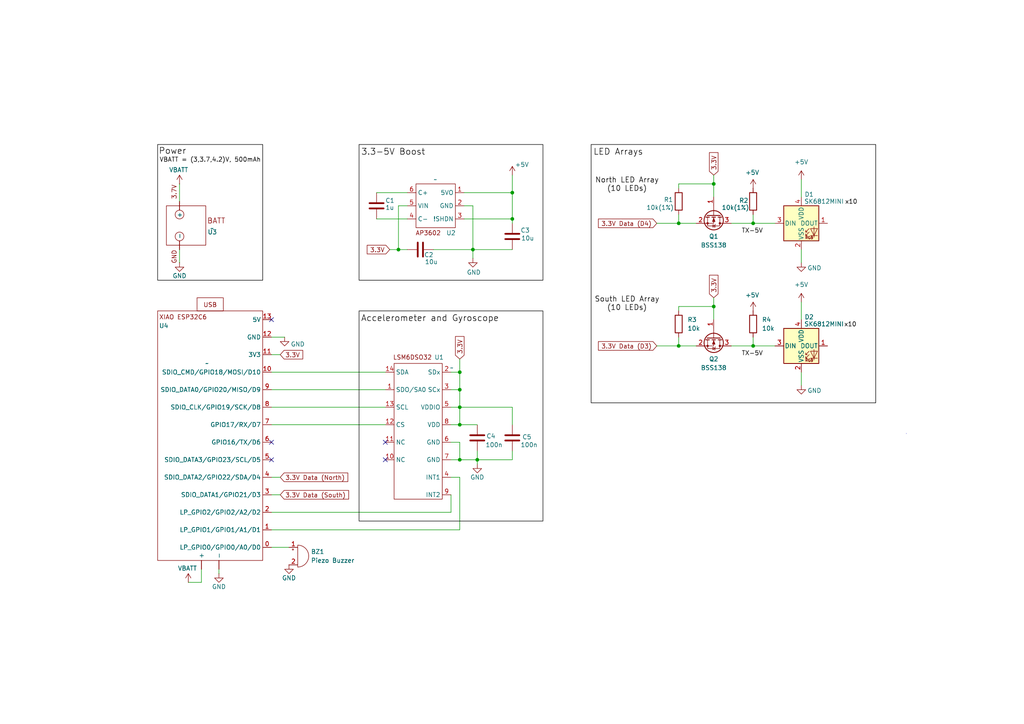
<source format=kicad_sch>
(kicad_sch
	(version 20231120)
	(generator "eeschema")
	(generator_version "8.0")
	(uuid "967d5e27-871e-4805-83b6-90b8321a7dbd")
	(paper "A4")
	(title_block
		(title "LED20 Preliminary Schematic")
		(date "2024-10-22")
		(rev "1")
		(company "Team 01")
		(comment 1 "Schematic of LED20 prototype")
	)
	(lib_symbols
		(symbol "Device:Buzzer"
			(pin_names
				(offset 0.0254) hide)
			(exclude_from_sim no)
			(in_bom yes)
			(on_board yes)
			(property "Reference" "BZ"
				(at 3.81 1.27 0)
				(effects
					(font
						(size 1.27 1.27)
					)
					(justify left)
				)
			)
			(property "Value" "Buzzer"
				(at 3.81 -1.27 0)
				(effects
					(font
						(size 1.27 1.27)
					)
					(justify left)
				)
			)
			(property "Footprint" ""
				(at -0.635 2.54 90)
				(effects
					(font
						(size 1.27 1.27)
					)
					(hide yes)
				)
			)
			(property "Datasheet" "~"
				(at -0.635 2.54 90)
				(effects
					(font
						(size 1.27 1.27)
					)
					(hide yes)
				)
			)
			(property "Description" "Buzzer, polarized"
				(at 0 0 0)
				(effects
					(font
						(size 1.27 1.27)
					)
					(hide yes)
				)
			)
			(property "ki_keywords" "quartz resonator ceramic"
				(at 0 0 0)
				(effects
					(font
						(size 1.27 1.27)
					)
					(hide yes)
				)
			)
			(property "ki_fp_filters" "*Buzzer*"
				(at 0 0 0)
				(effects
					(font
						(size 1.27 1.27)
					)
					(hide yes)
				)
			)
			(symbol "Buzzer_0_1"
				(arc
					(start 0 -3.175)
					(mid 3.1612 0)
					(end 0 3.175)
					(stroke
						(width 0)
						(type default)
					)
					(fill
						(type none)
					)
				)
				(polyline
					(pts
						(xy -1.651 1.905) (xy -1.143 1.905)
					)
					(stroke
						(width 0)
						(type default)
					)
					(fill
						(type none)
					)
				)
				(polyline
					(pts
						(xy -1.397 2.159) (xy -1.397 1.651)
					)
					(stroke
						(width 0)
						(type default)
					)
					(fill
						(type none)
					)
				)
				(polyline
					(pts
						(xy 0 3.175) (xy 0 -3.175)
					)
					(stroke
						(width 0)
						(type default)
					)
					(fill
						(type none)
					)
				)
			)
			(symbol "Buzzer_1_1"
				(pin passive line
					(at -2.54 2.54 0)
					(length 2.54)
					(name "+"
						(effects
							(font
								(size 1.27 1.27)
							)
						)
					)
					(number "1"
						(effects
							(font
								(size 1.27 1.27)
							)
						)
					)
				)
				(pin passive line
					(at -2.54 -2.54 0)
					(length 2.54)
					(name "-"
						(effects
							(font
								(size 1.27 1.27)
							)
						)
					)
					(number "2"
						(effects
							(font
								(size 1.27 1.27)
							)
						)
					)
				)
			)
		)
		(symbol "Device:C"
			(pin_numbers hide)
			(pin_names
				(offset 0.254)
			)
			(exclude_from_sim no)
			(in_bom yes)
			(on_board yes)
			(property "Reference" "C"
				(at 0.635 2.54 0)
				(effects
					(font
						(size 1.27 1.27)
					)
					(justify left)
				)
			)
			(property "Value" "C"
				(at 0.635 -2.54 0)
				(effects
					(font
						(size 1.27 1.27)
					)
					(justify left)
				)
			)
			(property "Footprint" ""
				(at 0.9652 -3.81 0)
				(effects
					(font
						(size 1.27 1.27)
					)
					(hide yes)
				)
			)
			(property "Datasheet" "~"
				(at 0 0 0)
				(effects
					(font
						(size 1.27 1.27)
					)
					(hide yes)
				)
			)
			(property "Description" "Unpolarized capacitor"
				(at 0 0 0)
				(effects
					(font
						(size 1.27 1.27)
					)
					(hide yes)
				)
			)
			(property "ki_keywords" "cap capacitor"
				(at 0 0 0)
				(effects
					(font
						(size 1.27 1.27)
					)
					(hide yes)
				)
			)
			(property "ki_fp_filters" "C_*"
				(at 0 0 0)
				(effects
					(font
						(size 1.27 1.27)
					)
					(hide yes)
				)
			)
			(symbol "C_0_1"
				(polyline
					(pts
						(xy -2.032 -0.762) (xy 2.032 -0.762)
					)
					(stroke
						(width 0.508)
						(type default)
					)
					(fill
						(type none)
					)
				)
				(polyline
					(pts
						(xy -2.032 0.762) (xy 2.032 0.762)
					)
					(stroke
						(width 0.508)
						(type default)
					)
					(fill
						(type none)
					)
				)
			)
			(symbol "C_1_1"
				(pin passive line
					(at 0 3.81 270)
					(length 2.794)
					(name "~"
						(effects
							(font
								(size 1.27 1.27)
							)
						)
					)
					(number "1"
						(effects
							(font
								(size 1.27 1.27)
							)
						)
					)
				)
				(pin passive line
					(at 0 -3.81 90)
					(length 2.794)
					(name "~"
						(effects
							(font
								(size 1.27 1.27)
							)
						)
					)
					(number "2"
						(effects
							(font
								(size 1.27 1.27)
							)
						)
					)
				)
			)
		)
		(symbol "Device:R"
			(pin_numbers hide)
			(pin_names
				(offset 0)
			)
			(exclude_from_sim no)
			(in_bom yes)
			(on_board yes)
			(property "Reference" "R"
				(at 2.032 0 90)
				(effects
					(font
						(size 1.27 1.27)
					)
				)
			)
			(property "Value" "R"
				(at 0 0 90)
				(effects
					(font
						(size 1.27 1.27)
					)
				)
			)
			(property "Footprint" ""
				(at -1.778 0 90)
				(effects
					(font
						(size 1.27 1.27)
					)
					(hide yes)
				)
			)
			(property "Datasheet" "~"
				(at 0 0 0)
				(effects
					(font
						(size 1.27 1.27)
					)
					(hide yes)
				)
			)
			(property "Description" "Resistor"
				(at 0 0 0)
				(effects
					(font
						(size 1.27 1.27)
					)
					(hide yes)
				)
			)
			(property "ki_keywords" "R res resistor"
				(at 0 0 0)
				(effects
					(font
						(size 1.27 1.27)
					)
					(hide yes)
				)
			)
			(property "ki_fp_filters" "R_*"
				(at 0 0 0)
				(effects
					(font
						(size 1.27 1.27)
					)
					(hide yes)
				)
			)
			(symbol "R_0_1"
				(rectangle
					(start -1.016 -2.54)
					(end 1.016 2.54)
					(stroke
						(width 0.254)
						(type default)
					)
					(fill
						(type none)
					)
				)
			)
			(symbol "R_1_1"
				(pin passive line
					(at 0 3.81 270)
					(length 1.27)
					(name "~"
						(effects
							(font
								(size 1.27 1.27)
							)
						)
					)
					(number "1"
						(effects
							(font
								(size 1.27 1.27)
							)
						)
					)
				)
				(pin passive line
					(at 0 -3.81 90)
					(length 1.27)
					(name "~"
						(effects
							(font
								(size 1.27 1.27)
							)
						)
					)
					(number "2"
						(effects
							(font
								(size 1.27 1.27)
							)
						)
					)
				)
			)
		)
		(symbol "LED20_Library:500mAh_LiPo_Batt"
			(exclude_from_sim no)
			(in_bom yes)
			(on_board yes)
			(property "Reference" "U"
				(at 4.572 -13.97 0)
				(effects
					(font
						(size 1.27 1.27)
					)
				)
			)
			(property "Value" ""
				(at 0 0 0)
				(effects
					(font
						(size 1.27 1.27)
					)
				)
			)
			(property "Footprint" ""
				(at 0 0 0)
				(effects
					(font
						(size 1.27 1.27)
					)
					(hide yes)
				)
			)
			(property "Datasheet" ""
				(at 0 0 0)
				(effects
					(font
						(size 1.27 1.27)
					)
					(hide yes)
				)
			)
			(property "Description" ""
				(at 0 0 0)
				(effects
					(font
						(size 1.27 1.27)
					)
					(hide yes)
				)
			)
			(symbol "500mAh_LiPo_Batt_0_1"
				(rectangle
					(start -6.35 -1.27)
					(end 5.08 -12.7)
					(stroke
						(width 0)
						(type default)
					)
					(fill
						(type none)
					)
				)
				(circle
					(center -2.54 -10.16)
					(radius 1.27)
					(stroke
						(width 0)
						(type default)
					)
					(fill
						(type none)
					)
				)
				(circle
					(center -2.54 -3.81)
					(radius 1.27)
					(stroke
						(width 0)
						(type default)
					)
					(fill
						(type none)
					)
				)
			)
			(symbol "500mAh_LiPo_Batt_1_1"
				(text "3.7V"
					(at -4.064 2.794 900)
					(effects
						(font
							(size 1.27 1.27)
						)
					)
				)
				(text "GND"
					(at -4.064 -16.002 900)
					(effects
						(font
							(size 1.27 1.27)
						)
					)
				)
				(pin power_in line
					(at -2.54 0 270)
					(length 2.54)
					(name "+"
						(effects
							(font
								(size 1.27 1.27)
							)
						)
					)
					(number ""
						(effects
							(font
								(size 1.27 1.27)
							)
						)
					)
				)
				(pin power_in line
					(at -2.54 -13.97 90)
					(length 2.54)
					(name "-"
						(effects
							(font
								(size 1.27 1.27)
							)
						)
					)
					(number ""
						(effects
							(font
								(size 1.27 1.27)
							)
						)
					)
				)
			)
		)
		(symbol "LED20_Library:AP3602"
			(exclude_from_sim no)
			(in_bom yes)
			(on_board yes)
			(property "Reference" "U"
				(at 3.302 -14.224 0)
				(effects
					(font
						(size 1.27 1.27)
					)
				)
			)
			(property "Value" ""
				(at 0 0 0)
				(effects
					(font
						(size 1.27 1.27)
					)
				)
			)
			(property "Footprint" ""
				(at 0 0 0)
				(effects
					(font
						(size 1.27 1.27)
					)
					(hide yes)
				)
			)
			(property "Datasheet" ""
				(at 0 0 0)
				(effects
					(font
						(size 1.27 1.27)
					)
					(hide yes)
				)
			)
			(property "Description" ""
				(at 0 0 0)
				(effects
					(font
						(size 1.27 1.27)
					)
					(hide yes)
				)
			)
			(symbol "AP3602_0_1"
				(rectangle
					(start -7.62 0)
					(end 3.81 -12.7)
					(stroke
						(width 0)
						(type default)
					)
					(fill
						(type none)
					)
				)
			)
			(symbol "AP3602_1_1"
				(text "AP3602"
					(at -4.064 -14.224 0)
					(effects
						(font
							(size 1.27 1.27)
						)
					)
				)
				(pin power_out line
					(at 6.35 -2.54 180)
					(length 2.54)
					(name "5VO"
						(effects
							(font
								(size 1.27 1.27)
							)
						)
					)
					(number "1"
						(effects
							(font
								(size 1.27 1.27)
							)
						)
					)
				)
				(pin power_in line
					(at 6.35 -6.35 180)
					(length 2.54)
					(name "GND"
						(effects
							(font
								(size 1.27 1.27)
							)
						)
					)
					(number "2"
						(effects
							(font
								(size 1.27 1.27)
							)
						)
					)
				)
				(pin input line
					(at 6.35 -10.16 180)
					(length 2.54)
					(name "!SHDN"
						(effects
							(font
								(size 1.27 1.27)
							)
						)
					)
					(number "3"
						(effects
							(font
								(size 1.27 1.27)
							)
						)
					)
				)
				(pin input line
					(at -10.16 -10.16 0)
					(length 2.54)
					(name "C-"
						(effects
							(font
								(size 1.27 1.27)
							)
						)
					)
					(number "4"
						(effects
							(font
								(size 1.27 1.27)
							)
						)
					)
				)
				(pin power_in line
					(at -10.16 -6.35 0)
					(length 2.54)
					(name "VIN"
						(effects
							(font
								(size 1.27 1.27)
							)
						)
					)
					(number "5"
						(effects
							(font
								(size 1.27 1.27)
							)
						)
					)
				)
				(pin input line
					(at -10.16 -2.54 0)
					(length 2.54)
					(name "C+"
						(effects
							(font
								(size 1.27 1.27)
							)
						)
					)
					(number "6"
						(effects
							(font
								(size 1.27 1.27)
							)
						)
					)
				)
			)
		)
		(symbol "LED20_Library:LSM6DSO32"
			(exclude_from_sim no)
			(in_bom yes)
			(on_board yes)
			(property "Reference" "U"
				(at 2.032 4.318 0)
				(effects
					(font
						(size 1.27 1.27)
					)
				)
			)
			(property "Value" ""
				(at -12.7 -3.81 90)
				(effects
					(font
						(size 1.27 1.27)
					)
				)
			)
			(property "Footprint" ""
				(at -12.7 -3.81 90)
				(effects
					(font
						(size 1.27 1.27)
					)
					(hide yes)
				)
			)
			(property "Datasheet" ""
				(at -12.7 -3.81 90)
				(effects
					(font
						(size 1.27 1.27)
					)
					(hide yes)
				)
			)
			(property "Description" ""
				(at -12.7 -3.81 90)
				(effects
					(font
						(size 1.27 1.27)
					)
					(hide yes)
				)
			)
			(symbol "LSM6DSO32_0_1"
				(rectangle
					(start -10.16 2.54)
					(end 3.81 -36.83)
					(stroke
						(width 0)
						(type default)
					)
					(fill
						(type none)
					)
				)
			)
			(symbol "LSM6DSO32_1_1"
				(text "LSM6DSO32"
					(at -4.826 4.318 0)
					(effects
						(font
							(size 1.27 1.27)
						)
					)
				)
				(pin output line
					(at -12.7 -5.08 0)
					(length 2.54)
					(name "SDO/SA0"
						(effects
							(font
								(size 1.27 1.27)
							)
						)
					)
					(number "1"
						(effects
							(font
								(size 1.27 1.27)
							)
						)
					)
				)
				(pin unspecified line
					(at -12.7 -25.4 0)
					(length 2.54)
					(name "NC"
						(effects
							(font
								(size 1.27 1.27)
							)
						)
					)
					(number "10"
						(effects
							(font
								(size 1.27 1.27)
							)
						)
					)
				)
				(pin unspecified line
					(at -12.7 -20.32 0)
					(length 2.54)
					(name "NC"
						(effects
							(font
								(size 1.27 1.27)
							)
						)
					)
					(number "11"
						(effects
							(font
								(size 1.27 1.27)
							)
						)
					)
				)
				(pin input line
					(at -12.7 -15.24 0)
					(length 2.54)
					(name "CS"
						(effects
							(font
								(size 1.27 1.27)
							)
						)
					)
					(number "12"
						(effects
							(font
								(size 1.27 1.27)
							)
						)
					)
				)
				(pin output line
					(at -12.7 -10.16 0)
					(length 2.54)
					(name "SCL"
						(effects
							(font
								(size 1.27 1.27)
							)
						)
					)
					(number "13"
						(effects
							(font
								(size 1.27 1.27)
							)
						)
					)
				)
				(pin output line
					(at -12.7 0 0)
					(length 2.54)
					(name "SDA"
						(effects
							(font
								(size 1.27 1.27)
							)
						)
					)
					(number "14"
						(effects
							(font
								(size 1.27 1.27)
							)
						)
					)
				)
				(pin bidirectional line
					(at 6.35 0 180)
					(length 2.54)
					(name "SDx"
						(effects
							(font
								(size 1.27 1.27)
							)
						)
					)
					(number "2"
						(effects
							(font
								(size 1.27 1.27)
							)
						)
					)
				)
				(pin bidirectional line
					(at 6.35 -5.08 180)
					(length 2.54)
					(name "SCx"
						(effects
							(font
								(size 1.27 1.27)
							)
						)
					)
					(number "3"
						(effects
							(font
								(size 1.27 1.27)
							)
						)
					)
				)
				(pin output line
					(at 6.35 -30.48 180)
					(length 2.54)
					(name "INT1"
						(effects
							(font
								(size 1.27 1.27)
							)
						)
					)
					(number "4"
						(effects
							(font
								(size 1.27 1.27)
							)
						)
					)
				)
				(pin bidirectional line
					(at 6.35 -10.16 180)
					(length 2.54)
					(name "VDDIO"
						(effects
							(font
								(size 1.27 1.27)
							)
						)
					)
					(number "5"
						(effects
							(font
								(size 1.27 1.27)
							)
						)
					)
				)
				(pin power_in line
					(at 6.35 -20.32 180)
					(length 2.54)
					(name "GND"
						(effects
							(font
								(size 1.27 1.27)
							)
						)
					)
					(number "6"
						(effects
							(font
								(size 1.27 1.27)
							)
						)
					)
				)
				(pin power_in line
					(at 6.35 -25.4 180)
					(length 2.54)
					(name "GND"
						(effects
							(font
								(size 1.27 1.27)
							)
						)
					)
					(number "7"
						(effects
							(font
								(size 1.27 1.27)
							)
						)
					)
				)
				(pin power_in line
					(at 6.35 -15.24 180)
					(length 2.54)
					(name "VDD"
						(effects
							(font
								(size 1.27 1.27)
							)
						)
					)
					(number "8"
						(effects
							(font
								(size 1.27 1.27)
							)
						)
					)
				)
				(pin output line
					(at 6.35 -35.56 180)
					(length 2.54)
					(name "INT2"
						(effects
							(font
								(size 1.27 1.27)
							)
						)
					)
					(number "9"
						(effects
							(font
								(size 1.27 1.27)
							)
						)
					)
				)
			)
		)
		(symbol "LED20_Library:XIAO_ESP32C6"
			(exclude_from_sim no)
			(in_bom yes)
			(on_board yes)
			(property "Reference" "U"
				(at 1.27 31.242 0)
				(effects
					(font
						(size 1.27 1.27)
					)
				)
			)
			(property "Value" ""
				(at -15.24 33.02 0)
				(effects
					(font
						(size 1.27 1.27)
					)
				)
			)
			(property "Footprint" ""
				(at -15.24 33.02 0)
				(effects
					(font
						(size 1.27 1.27)
					)
					(hide yes)
				)
			)
			(property "Datasheet" ""
				(at -15.24 33.02 0)
				(effects
					(font
						(size 1.27 1.27)
					)
					(hide yes)
				)
			)
			(property "Description" ""
				(at -15.24 33.02 0)
				(effects
					(font
						(size 1.27 1.27)
					)
					(hide yes)
				)
			)
			(symbol "XIAO_ESP32C6_0_1"
				(rectangle
					(start -15.24 33.02)
					(end 15.24 -39.37)
					(stroke
						(width 0)
						(type default)
					)
					(fill
						(type none)
					)
				)
			)
			(symbol "XIAO_ESP32C6_1_1"
				(rectangle
					(start -3.81 36.83)
					(end 3.81 33.02)
					(stroke
						(width 0)
						(type default)
					)
					(fill
						(type none)
					)
				)
				(text "USB"
					(at 0 34.798 0)
					(effects
						(font
							(size 1.27 1.27)
						)
					)
				)
				(text "XIAO ESP32C6"
					(at -7.874 31.242 0)
					(effects
						(font
							(size 1.27 1.27)
						)
					)
				)
				(pin power_in line
					(at -2.54 -41.91 90)
					(length 2.54)
					(name "+"
						(effects
							(font
								(size 1.27 1.27)
							)
						)
					)
					(number ""
						(effects
							(font
								(size 1.27 1.27)
							)
						)
					)
				)
				(pin power_in line
					(at 2.54 -41.91 90)
					(length 2.54)
					(name "-"
						(effects
							(font
								(size 1.27 1.27)
							)
						)
					)
					(number ""
						(effects
							(font
								(size 1.27 1.27)
							)
						)
					)
				)
				(pin bidirectional line
					(at 17.78 -35.56 180)
					(length 2.54)
					(name "LP_GPIO0/GPIO0/A0/D0"
						(effects
							(font
								(size 1.27 1.27)
							)
						)
					)
					(number "0"
						(effects
							(font
								(size 1.27 1.27)
							)
						)
					)
				)
				(pin bidirectional line
					(at 17.78 -30.48 180)
					(length 2.54)
					(name "LP_GPIO1/GPIO1/A1/D1"
						(effects
							(font
								(size 1.27 1.27)
							)
						)
					)
					(number "1"
						(effects
							(font
								(size 1.27 1.27)
							)
						)
					)
				)
				(pin bidirectional line
					(at 17.78 15.24 180)
					(length 2.54)
					(name "SDIO_CMD/GPIO18/MOSI/D10"
						(effects
							(font
								(size 1.27 1.27)
							)
						)
					)
					(number "10"
						(effects
							(font
								(size 1.27 1.27)
							)
						)
					)
				)
				(pin power_in line
					(at 17.78 20.32 180)
					(length 2.54)
					(name "3V3"
						(effects
							(font
								(size 1.27 1.27)
							)
						)
					)
					(number "11"
						(effects
							(font
								(size 1.27 1.27)
							)
						)
					)
				)
				(pin power_in line
					(at 17.78 25.4 180)
					(length 2.54)
					(name "GND"
						(effects
							(font
								(size 1.27 1.27)
							)
						)
					)
					(number "12"
						(effects
							(font
								(size 1.27 1.27)
							)
						)
					)
				)
				(pin power_in line
					(at 17.78 30.48 180)
					(length 2.54)
					(name "5V"
						(effects
							(font
								(size 1.27 1.27)
							)
						)
					)
					(number "13"
						(effects
							(font
								(size 1.27 1.27)
							)
						)
					)
				)
				(pin bidirectional line
					(at 17.78 -25.4 180)
					(length 2.54)
					(name "LP_GPIO2/GPIO2/A2/D2"
						(effects
							(font
								(size 1.27 1.27)
							)
						)
					)
					(number "2"
						(effects
							(font
								(size 1.27 1.27)
							)
						)
					)
				)
				(pin bidirectional line
					(at 17.78 -20.32 180)
					(length 2.54)
					(name "SDIO_DATA1/GPIO21/D3"
						(effects
							(font
								(size 1.27 1.27)
							)
						)
					)
					(number "3"
						(effects
							(font
								(size 1.27 1.27)
							)
						)
					)
				)
				(pin bidirectional line
					(at 17.78 -15.24 180)
					(length 2.54)
					(name "SDIO_DATA2/GPIO22/SDA/D4"
						(effects
							(font
								(size 1.27 1.27)
							)
						)
					)
					(number "4"
						(effects
							(font
								(size 1.27 1.27)
							)
						)
					)
				)
				(pin bidirectional line
					(at 17.78 -10.16 180)
					(length 2.54)
					(name "SDIO_DATA3/GPIO23/SCL/D5"
						(effects
							(font
								(size 1.27 1.27)
							)
						)
					)
					(number "5"
						(effects
							(font
								(size 1.27 1.27)
							)
						)
					)
				)
				(pin bidirectional line
					(at 17.78 -5.08 180)
					(length 2.54)
					(name "GPIO16/TX/D6"
						(effects
							(font
								(size 1.27 1.27)
							)
						)
					)
					(number "6"
						(effects
							(font
								(size 1.27 1.27)
							)
						)
					)
				)
				(pin bidirectional line
					(at 17.78 0 180)
					(length 2.54)
					(name "GPIO17/RX/D7"
						(effects
							(font
								(size 1.27 1.27)
							)
						)
					)
					(number "7"
						(effects
							(font
								(size 1.27 1.27)
							)
						)
					)
				)
				(pin bidirectional line
					(at 17.78 5.08 180)
					(length 2.54)
					(name "SDIO_CLK/GPIO19/SCK/D8"
						(effects
							(font
								(size 1.27 1.27)
							)
						)
					)
					(number "8"
						(effects
							(font
								(size 1.27 1.27)
							)
						)
					)
				)
				(pin bidirectional line
					(at 17.78 10.16 180)
					(length 2.54)
					(name "SDIO_DATA0/GPIO20/MISO/D9"
						(effects
							(font
								(size 1.27 1.27)
							)
						)
					)
					(number "9"
						(effects
							(font
								(size 1.27 1.27)
							)
						)
					)
				)
			)
		)
		(symbol "LED:SK6812MINI"
			(pin_names
				(offset 0.254)
			)
			(exclude_from_sim no)
			(in_bom yes)
			(on_board yes)
			(property "Reference" "D"
				(at 5.08 5.715 0)
				(effects
					(font
						(size 1.27 1.27)
					)
					(justify right bottom)
				)
			)
			(property "Value" "SK6812MINI"
				(at 1.27 -5.715 0)
				(effects
					(font
						(size 1.27 1.27)
					)
					(justify left top)
				)
			)
			(property "Footprint" "LED_SMD:LED_SK6812MINI_PLCC4_3.5x3.5mm_P1.75mm"
				(at 1.27 -7.62 0)
				(effects
					(font
						(size 1.27 1.27)
					)
					(justify left top)
					(hide yes)
				)
			)
			(property "Datasheet" "https://cdn-shop.adafruit.com/product-files/2686/SK6812MINI_REV.01-1-2.pdf"
				(at 2.54 -9.525 0)
				(effects
					(font
						(size 1.27 1.27)
					)
					(justify left top)
					(hide yes)
				)
			)
			(property "Description" "RGB LED with integrated controller"
				(at 0 0 0)
				(effects
					(font
						(size 1.27 1.27)
					)
					(hide yes)
				)
			)
			(property "ki_keywords" "RGB LED NeoPixel Mini addressable"
				(at 0 0 0)
				(effects
					(font
						(size 1.27 1.27)
					)
					(hide yes)
				)
			)
			(property "ki_fp_filters" "LED*SK6812MINI*PLCC*3.5x3.5mm*P1.75mm*"
				(at 0 0 0)
				(effects
					(font
						(size 1.27 1.27)
					)
					(hide yes)
				)
			)
			(symbol "SK6812MINI_0_0"
				(text "RGB"
					(at 2.286 -4.191 0)
					(effects
						(font
							(size 0.762 0.762)
						)
					)
				)
			)
			(symbol "SK6812MINI_0_1"
				(polyline
					(pts
						(xy 1.27 -3.556) (xy 1.778 -3.556)
					)
					(stroke
						(width 0)
						(type default)
					)
					(fill
						(type none)
					)
				)
				(polyline
					(pts
						(xy 1.27 -2.54) (xy 1.778 -2.54)
					)
					(stroke
						(width 0)
						(type default)
					)
					(fill
						(type none)
					)
				)
				(polyline
					(pts
						(xy 4.699 -3.556) (xy 2.667 -3.556)
					)
					(stroke
						(width 0)
						(type default)
					)
					(fill
						(type none)
					)
				)
				(polyline
					(pts
						(xy 2.286 -2.54) (xy 1.27 -3.556) (xy 1.27 -3.048)
					)
					(stroke
						(width 0)
						(type default)
					)
					(fill
						(type none)
					)
				)
				(polyline
					(pts
						(xy 2.286 -1.524) (xy 1.27 -2.54) (xy 1.27 -2.032)
					)
					(stroke
						(width 0)
						(type default)
					)
					(fill
						(type none)
					)
				)
				(polyline
					(pts
						(xy 3.683 -1.016) (xy 3.683 -3.556) (xy 3.683 -4.064)
					)
					(stroke
						(width 0)
						(type default)
					)
					(fill
						(type none)
					)
				)
				(polyline
					(pts
						(xy 4.699 -1.524) (xy 2.667 -1.524) (xy 3.683 -3.556) (xy 4.699 -1.524)
					)
					(stroke
						(width 0)
						(type default)
					)
					(fill
						(type none)
					)
				)
				(rectangle
					(start 5.08 5.08)
					(end -5.08 -5.08)
					(stroke
						(width 0.254)
						(type default)
					)
					(fill
						(type background)
					)
				)
			)
			(symbol "SK6812MINI_1_1"
				(pin output line
					(at 7.62 0 180)
					(length 2.54)
					(name "DOUT"
						(effects
							(font
								(size 1.27 1.27)
							)
						)
					)
					(number "1"
						(effects
							(font
								(size 1.27 1.27)
							)
						)
					)
				)
				(pin power_in line
					(at 0 -7.62 90)
					(length 2.54)
					(name "VSS"
						(effects
							(font
								(size 1.27 1.27)
							)
						)
					)
					(number "2"
						(effects
							(font
								(size 1.27 1.27)
							)
						)
					)
				)
				(pin input line
					(at -7.62 0 0)
					(length 2.54)
					(name "DIN"
						(effects
							(font
								(size 1.27 1.27)
							)
						)
					)
					(number "3"
						(effects
							(font
								(size 1.27 1.27)
							)
						)
					)
				)
				(pin power_in line
					(at 0 7.62 270)
					(length 2.54)
					(name "VDD"
						(effects
							(font
								(size 1.27 1.27)
							)
						)
					)
					(number "4"
						(effects
							(font
								(size 1.27 1.27)
							)
						)
					)
				)
			)
		)
		(symbol "Transistor_FET:BSS138"
			(pin_names hide)
			(exclude_from_sim no)
			(in_bom yes)
			(on_board yes)
			(property "Reference" "Q"
				(at 5.08 1.905 0)
				(effects
					(font
						(size 1.27 1.27)
					)
					(justify left)
				)
			)
			(property "Value" "BSS138"
				(at 5.08 0 0)
				(effects
					(font
						(size 1.27 1.27)
					)
					(justify left)
				)
			)
			(property "Footprint" "Package_TO_SOT_SMD:SOT-23"
				(at 5.08 -1.905 0)
				(effects
					(font
						(size 1.27 1.27)
						(italic yes)
					)
					(justify left)
					(hide yes)
				)
			)
			(property "Datasheet" "https://www.onsemi.com/pub/Collateral/BSS138-D.PDF"
				(at 5.08 -3.81 0)
				(effects
					(font
						(size 1.27 1.27)
					)
					(justify left)
					(hide yes)
				)
			)
			(property "Description" "50V Vds, 0.22A Id, N-Channel MOSFET, SOT-23"
				(at 0 0 0)
				(effects
					(font
						(size 1.27 1.27)
					)
					(hide yes)
				)
			)
			(property "ki_keywords" "N-Channel MOSFET"
				(at 0 0 0)
				(effects
					(font
						(size 1.27 1.27)
					)
					(hide yes)
				)
			)
			(property "ki_fp_filters" "SOT?23*"
				(at 0 0 0)
				(effects
					(font
						(size 1.27 1.27)
					)
					(hide yes)
				)
			)
			(symbol "BSS138_0_1"
				(polyline
					(pts
						(xy 0.254 0) (xy -2.54 0)
					)
					(stroke
						(width 0)
						(type default)
					)
					(fill
						(type none)
					)
				)
				(polyline
					(pts
						(xy 0.254 1.905) (xy 0.254 -1.905)
					)
					(stroke
						(width 0.254)
						(type default)
					)
					(fill
						(type none)
					)
				)
				(polyline
					(pts
						(xy 0.762 -1.27) (xy 0.762 -2.286)
					)
					(stroke
						(width 0.254)
						(type default)
					)
					(fill
						(type none)
					)
				)
				(polyline
					(pts
						(xy 0.762 0.508) (xy 0.762 -0.508)
					)
					(stroke
						(width 0.254)
						(type default)
					)
					(fill
						(type none)
					)
				)
				(polyline
					(pts
						(xy 0.762 2.286) (xy 0.762 1.27)
					)
					(stroke
						(width 0.254)
						(type default)
					)
					(fill
						(type none)
					)
				)
				(polyline
					(pts
						(xy 2.54 2.54) (xy 2.54 1.778)
					)
					(stroke
						(width 0)
						(type default)
					)
					(fill
						(type none)
					)
				)
				(polyline
					(pts
						(xy 2.54 -2.54) (xy 2.54 0) (xy 0.762 0)
					)
					(stroke
						(width 0)
						(type default)
					)
					(fill
						(type none)
					)
				)
				(polyline
					(pts
						(xy 0.762 -1.778) (xy 3.302 -1.778) (xy 3.302 1.778) (xy 0.762 1.778)
					)
					(stroke
						(width 0)
						(type default)
					)
					(fill
						(type none)
					)
				)
				(polyline
					(pts
						(xy 1.016 0) (xy 2.032 0.381) (xy 2.032 -0.381) (xy 1.016 0)
					)
					(stroke
						(width 0)
						(type default)
					)
					(fill
						(type outline)
					)
				)
				(polyline
					(pts
						(xy 2.794 0.508) (xy 2.921 0.381) (xy 3.683 0.381) (xy 3.81 0.254)
					)
					(stroke
						(width 0)
						(type default)
					)
					(fill
						(type none)
					)
				)
				(polyline
					(pts
						(xy 3.302 0.381) (xy 2.921 -0.254) (xy 3.683 -0.254) (xy 3.302 0.381)
					)
					(stroke
						(width 0)
						(type default)
					)
					(fill
						(type none)
					)
				)
				(circle
					(center 1.651 0)
					(radius 2.794)
					(stroke
						(width 0.254)
						(type default)
					)
					(fill
						(type none)
					)
				)
				(circle
					(center 2.54 -1.778)
					(radius 0.254)
					(stroke
						(width 0)
						(type default)
					)
					(fill
						(type outline)
					)
				)
				(circle
					(center 2.54 1.778)
					(radius 0.254)
					(stroke
						(width 0)
						(type default)
					)
					(fill
						(type outline)
					)
				)
			)
			(symbol "BSS138_1_1"
				(pin input line
					(at -5.08 0 0)
					(length 2.54)
					(name "G"
						(effects
							(font
								(size 1.27 1.27)
							)
						)
					)
					(number "1"
						(effects
							(font
								(size 1.27 1.27)
							)
						)
					)
				)
				(pin passive line
					(at 2.54 -5.08 90)
					(length 2.54)
					(name "S"
						(effects
							(font
								(size 1.27 1.27)
							)
						)
					)
					(number "2"
						(effects
							(font
								(size 1.27 1.27)
							)
						)
					)
				)
				(pin passive line
					(at 2.54 5.08 270)
					(length 2.54)
					(name "D"
						(effects
							(font
								(size 1.27 1.27)
							)
						)
					)
					(number "3"
						(effects
							(font
								(size 1.27 1.27)
							)
						)
					)
				)
			)
		)
		(symbol "power:+5V"
			(power)
			(pin_numbers hide)
			(pin_names
				(offset 0) hide)
			(exclude_from_sim no)
			(in_bom yes)
			(on_board yes)
			(property "Reference" "#PWR"
				(at 0 -3.81 0)
				(effects
					(font
						(size 1.27 1.27)
					)
					(hide yes)
				)
			)
			(property "Value" "+5V"
				(at 0 3.556 0)
				(effects
					(font
						(size 1.27 1.27)
					)
				)
			)
			(property "Footprint" ""
				(at 0 0 0)
				(effects
					(font
						(size 1.27 1.27)
					)
					(hide yes)
				)
			)
			(property "Datasheet" ""
				(at 0 0 0)
				(effects
					(font
						(size 1.27 1.27)
					)
					(hide yes)
				)
			)
			(property "Description" "Power symbol creates a global label with name \"+5V\""
				(at 0 0 0)
				(effects
					(font
						(size 1.27 1.27)
					)
					(hide yes)
				)
			)
			(property "ki_keywords" "global power"
				(at 0 0 0)
				(effects
					(font
						(size 1.27 1.27)
					)
					(hide yes)
				)
			)
			(symbol "+5V_0_1"
				(polyline
					(pts
						(xy -0.762 1.27) (xy 0 2.54)
					)
					(stroke
						(width 0)
						(type default)
					)
					(fill
						(type none)
					)
				)
				(polyline
					(pts
						(xy 0 0) (xy 0 2.54)
					)
					(stroke
						(width 0)
						(type default)
					)
					(fill
						(type none)
					)
				)
				(polyline
					(pts
						(xy 0 2.54) (xy 0.762 1.27)
					)
					(stroke
						(width 0)
						(type default)
					)
					(fill
						(type none)
					)
				)
			)
			(symbol "+5V_1_1"
				(pin power_in line
					(at 0 0 90)
					(length 0)
					(name "~"
						(effects
							(font
								(size 1.27 1.27)
							)
						)
					)
					(number "1"
						(effects
							(font
								(size 1.27 1.27)
							)
						)
					)
				)
			)
		)
		(symbol "power:+BATT"
			(power)
			(pin_numbers hide)
			(pin_names
				(offset 0) hide)
			(exclude_from_sim no)
			(in_bom yes)
			(on_board yes)
			(property "Reference" "#PWR"
				(at 0 -3.81 0)
				(effects
					(font
						(size 1.27 1.27)
					)
					(hide yes)
				)
			)
			(property "Value" "+BATT"
				(at 0 3.556 0)
				(effects
					(font
						(size 1.27 1.27)
					)
				)
			)
			(property "Footprint" ""
				(at 0 0 0)
				(effects
					(font
						(size 1.27 1.27)
					)
					(hide yes)
				)
			)
			(property "Datasheet" ""
				(at 0 0 0)
				(effects
					(font
						(size 1.27 1.27)
					)
					(hide yes)
				)
			)
			(property "Description" "Power symbol creates a global label with name \"+BATT\""
				(at 0 0 0)
				(effects
					(font
						(size 1.27 1.27)
					)
					(hide yes)
				)
			)
			(property "ki_keywords" "global power battery"
				(at 0 0 0)
				(effects
					(font
						(size 1.27 1.27)
					)
					(hide yes)
				)
			)
			(symbol "+BATT_0_1"
				(polyline
					(pts
						(xy -0.762 1.27) (xy 0 2.54)
					)
					(stroke
						(width 0)
						(type default)
					)
					(fill
						(type none)
					)
				)
				(polyline
					(pts
						(xy 0 0) (xy 0 2.54)
					)
					(stroke
						(width 0)
						(type default)
					)
					(fill
						(type none)
					)
				)
				(polyline
					(pts
						(xy 0 2.54) (xy 0.762 1.27)
					)
					(stroke
						(width 0)
						(type default)
					)
					(fill
						(type none)
					)
				)
			)
			(symbol "+BATT_1_1"
				(pin power_in line
					(at 0 0 90)
					(length 0)
					(name "~"
						(effects
							(font
								(size 1.27 1.27)
							)
						)
					)
					(number "1"
						(effects
							(font
								(size 1.27 1.27)
							)
						)
					)
				)
			)
		)
		(symbol "power:GND"
			(power)
			(pin_numbers hide)
			(pin_names
				(offset 0) hide)
			(exclude_from_sim no)
			(in_bom yes)
			(on_board yes)
			(property "Reference" "#PWR"
				(at 0 -6.35 0)
				(effects
					(font
						(size 1.27 1.27)
					)
					(hide yes)
				)
			)
			(property "Value" "GND"
				(at 0 -3.81 0)
				(effects
					(font
						(size 1.27 1.27)
					)
				)
			)
			(property "Footprint" ""
				(at 0 0 0)
				(effects
					(font
						(size 1.27 1.27)
					)
					(hide yes)
				)
			)
			(property "Datasheet" ""
				(at 0 0 0)
				(effects
					(font
						(size 1.27 1.27)
					)
					(hide yes)
				)
			)
			(property "Description" "Power symbol creates a global label with name \"GND\" , ground"
				(at 0 0 0)
				(effects
					(font
						(size 1.27 1.27)
					)
					(hide yes)
				)
			)
			(property "ki_keywords" "global power"
				(at 0 0 0)
				(effects
					(font
						(size 1.27 1.27)
					)
					(hide yes)
				)
			)
			(symbol "GND_0_1"
				(polyline
					(pts
						(xy 0 0) (xy 0 -1.27) (xy 1.27 -1.27) (xy 0 -2.54) (xy -1.27 -1.27) (xy 0 -1.27)
					)
					(stroke
						(width 0)
						(type default)
					)
					(fill
						(type none)
					)
				)
			)
			(symbol "GND_1_1"
				(pin power_in line
					(at 0 0 270)
					(length 0)
					(name "~"
						(effects
							(font
								(size 1.27 1.27)
							)
						)
					)
					(number "1"
						(effects
							(font
								(size 1.27 1.27)
							)
						)
					)
				)
			)
		)
	)
	(junction
		(at 207.01 53.34)
		(diameter 0)
		(color 0 0 0 0)
		(uuid "04d8c06c-f349-4c17-8a8e-a4b058825554")
	)
	(junction
		(at 138.43 133.35)
		(diameter 0)
		(color 0 0 0 0)
		(uuid "04fdd06a-89b0-4afe-8630-330ebbddc26b")
	)
	(junction
		(at 133.35 133.35)
		(diameter 0)
		(color 0 0 0 0)
		(uuid "0de0bc57-9386-4ad0-b0a9-4a55a9f91d40")
	)
	(junction
		(at 115.57 72.39)
		(diameter 0)
		(color 0 0 0 0)
		(uuid "125a8fba-d66a-4cea-a4e9-67ed5d7e2b3a")
	)
	(junction
		(at 133.35 118.11)
		(diameter 0)
		(color 0 0 0 0)
		(uuid "139a146b-a3b4-4759-b9be-64c790abd9a3")
	)
	(junction
		(at 207.01 88.9)
		(diameter 0)
		(color 0 0 0 0)
		(uuid "14236001-878e-4330-a838-6e39d31c3ecb")
	)
	(junction
		(at 218.44 100.33)
		(diameter 0)
		(color 0 0 0 0)
		(uuid "2d5b5da8-abfa-432a-bf06-d2dede505e13")
	)
	(junction
		(at 137.16 72.39)
		(diameter 0)
		(color 0 0 0 0)
		(uuid "758a9683-bc67-4762-bbe1-0b9d0517a5eb")
	)
	(junction
		(at 133.35 113.03)
		(diameter 0)
		(color 0 0 0 0)
		(uuid "8d6d131d-d560-4534-9aef-7e4b2e0559e9")
	)
	(junction
		(at 196.85 64.77)
		(diameter 0)
		(color 0 0 0 0)
		(uuid "a9ec6016-e8c1-4e7c-86ae-7ffadaf65762")
	)
	(junction
		(at 148.59 63.5)
		(diameter 0)
		(color 0 0 0 0)
		(uuid "b70959d3-bd39-4885-a2fe-33b721856f74")
	)
	(junction
		(at 133.35 107.95)
		(diameter 0)
		(color 0 0 0 0)
		(uuid "c0fa9b1b-8f9b-413c-8fd7-db61ba68e922")
	)
	(junction
		(at 218.44 64.77)
		(diameter 0)
		(color 0 0 0 0)
		(uuid "e1faa9fb-bce3-45ec-b12d-e73df9c54b28")
	)
	(junction
		(at 148.59 55.88)
		(diameter 0)
		(color 0 0 0 0)
		(uuid "f4d9ba01-eaa3-4421-adc7-a6d94efeeec9")
	)
	(junction
		(at 133.35 123.19)
		(diameter 0)
		(color 0 0 0 0)
		(uuid "f4f83e88-baca-4173-ab31-cd75d6178631")
	)
	(junction
		(at 196.85 100.33)
		(diameter 0)
		(color 0 0 0 0)
		(uuid "fce54bef-301d-46f2-a856-09ec4821c26d")
	)
	(no_connect
		(at 111.76 128.27)
		(uuid "3f3b2619-56bb-4981-bdbd-969810bfdb86")
	)
	(no_connect
		(at 111.76 133.35)
		(uuid "45b04717-7c7c-49ad-8dda-b0b6997ff8e7")
	)
	(no_connect
		(at 78.74 128.27)
		(uuid "a5308c96-8623-44cd-bd5a-2ff0193dd537")
	)
	(no_connect
		(at 78.74 133.35)
		(uuid "b84ff231-9d62-4b26-bc10-4e922677b9dd")
	)
	(no_connect
		(at 78.74 92.71)
		(uuid "fb40e5f6-a7c4-4d49-87d9-63f963ada80b")
	)
	(wire
		(pts
			(xy 137.16 74.93) (xy 137.16 72.39)
		)
		(stroke
			(width 0)
			(type default)
		)
		(uuid "03958d1c-3e98-4587-8fa8-dbdf0daf5950")
	)
	(wire
		(pts
			(xy 133.35 153.67) (xy 133.35 138.43)
		)
		(stroke
			(width 0)
			(type default)
		)
		(uuid "04196ddf-8d95-4d85-bca7-c4972cbe222a")
	)
	(wire
		(pts
			(xy 130.81 143.51) (xy 130.81 148.59)
		)
		(stroke
			(width 0)
			(type default)
		)
		(uuid "0674569c-7d27-4d26-b928-133628e2d794")
	)
	(wire
		(pts
			(xy 138.43 133.35) (xy 133.35 133.35)
		)
		(stroke
			(width 0)
			(type default)
		)
		(uuid "0c4c7316-ee21-46e8-acd4-2c05fd8b5b77")
	)
	(wire
		(pts
			(xy 212.09 64.77) (xy 218.44 64.77)
		)
		(stroke
			(width 0)
			(type default)
		)
		(uuid "0eca29ef-22e5-4e17-a806-34f60117e3c2")
	)
	(wire
		(pts
			(xy 148.59 64.77) (xy 148.59 63.5)
		)
		(stroke
			(width 0)
			(type default)
		)
		(uuid "1262440d-3774-4e77-a265-ff220710c422")
	)
	(wire
		(pts
			(xy 137.16 72.39) (xy 137.16 59.69)
		)
		(stroke
			(width 0)
			(type default)
		)
		(uuid "198adb52-e967-4fd6-9177-80bba0ec4b88")
	)
	(wire
		(pts
			(xy 133.35 138.43) (xy 130.81 138.43)
		)
		(stroke
			(width 0)
			(type default)
		)
		(uuid "1d629bad-b821-4287-96b0-7ed0db2cb112")
	)
	(wire
		(pts
			(xy 148.59 50.8) (xy 148.59 55.88)
		)
		(stroke
			(width 0)
			(type default)
		)
		(uuid "1e9e88ca-52a2-45e1-a2c5-f037999c59bd")
	)
	(wire
		(pts
			(xy 133.35 107.95) (xy 133.35 104.14)
		)
		(stroke
			(width 0)
			(type default)
		)
		(uuid "20c7f5fc-7d5e-4b18-888b-b14de6db3357")
	)
	(wire
		(pts
			(xy 130.81 128.27) (xy 133.35 128.27)
		)
		(stroke
			(width 0)
			(type default)
		)
		(uuid "20c8cb90-2ed1-4874-ab6b-4c990d4e4ecc")
	)
	(wire
		(pts
			(xy 218.44 100.33) (xy 224.79 100.33)
		)
		(stroke
			(width 0)
			(type default)
		)
		(uuid "223c2fa6-9c42-49d7-b2a0-b9aff2c96de3")
	)
	(wire
		(pts
			(xy 130.81 113.03) (xy 133.35 113.03)
		)
		(stroke
			(width 0)
			(type default)
		)
		(uuid "2e135e1c-596b-478b-8ef7-3c771366a0e3")
	)
	(wire
		(pts
			(xy 130.81 148.59) (xy 78.74 148.59)
		)
		(stroke
			(width 0)
			(type default)
		)
		(uuid "33fb20af-0639-4ccf-8801-615973c21b0e")
	)
	(wire
		(pts
			(xy 133.35 123.19) (xy 138.43 123.19)
		)
		(stroke
			(width 0)
			(type default)
		)
		(uuid "36ae998d-c685-45bd-a8de-1206b08b5a7b")
	)
	(wire
		(pts
			(xy 232.41 87.63) (xy 232.41 92.71)
		)
		(stroke
			(width 0)
			(type default)
		)
		(uuid "3f0aa61c-3992-4b73-8835-20f9aa45fadf")
	)
	(wire
		(pts
			(xy 130.81 133.35) (xy 133.35 133.35)
		)
		(stroke
			(width 0)
			(type default)
		)
		(uuid "4282aed1-cf5f-462b-ae0d-4e9db87ee0a4")
	)
	(wire
		(pts
			(xy 232.41 72.39) (xy 232.41 76.2)
		)
		(stroke
			(width 0)
			(type default)
		)
		(uuid "454f8feb-bf35-4d58-82b4-8da112446006")
	)
	(wire
		(pts
			(xy 78.74 153.67) (xy 133.35 153.67)
		)
		(stroke
			(width 0)
			(type default)
		)
		(uuid "46dc49f1-2574-4170-aeb5-85b1bf633357")
	)
	(wire
		(pts
			(xy 190.5 100.33) (xy 196.85 100.33)
		)
		(stroke
			(width 0)
			(type default)
		)
		(uuid "477aa44d-fa35-4047-982a-282a4eecd923")
	)
	(wire
		(pts
			(xy 115.57 72.39) (xy 118.11 72.39)
		)
		(stroke
			(width 0)
			(type default)
		)
		(uuid "48bcac3d-983b-4fe9-aa37-11ca35feb7c9")
	)
	(wire
		(pts
			(xy 196.85 88.9) (xy 207.01 88.9)
		)
		(stroke
			(width 0)
			(type default)
		)
		(uuid "48e1177a-476d-4aee-ae48-382e665a4953")
	)
	(wire
		(pts
			(xy 78.74 118.11) (xy 111.76 118.11)
		)
		(stroke
			(width 0)
			(type default)
		)
		(uuid "53b90063-5790-4db9-9037-8584b806a2be")
	)
	(wire
		(pts
			(xy 218.44 62.23) (xy 218.44 64.77)
		)
		(stroke
			(width 0)
			(type default)
		)
		(uuid "5513e9b5-ef13-4685-afbb-892f7c1af42c")
	)
	(wire
		(pts
			(xy 196.85 53.34) (xy 196.85 54.61)
		)
		(stroke
			(width 0)
			(type default)
		)
		(uuid "561e3598-ba5d-404b-a5cc-0d44198a964e")
	)
	(wire
		(pts
			(xy 78.74 113.03) (xy 111.76 113.03)
		)
		(stroke
			(width 0)
			(type default)
		)
		(uuid "586a2422-ada4-4c28-880f-72c16d0f5a4e")
	)
	(wire
		(pts
			(xy 78.74 143.51) (xy 81.28 143.51)
		)
		(stroke
			(width 0)
			(type default)
		)
		(uuid "61cd3f71-1621-49ae-93bc-c6d11e3faf5d")
	)
	(wire
		(pts
			(xy 196.85 88.9) (xy 196.85 90.17)
		)
		(stroke
			(width 0)
			(type default)
		)
		(uuid "6c3e5758-cc25-4536-81df-ad38239ede01")
	)
	(wire
		(pts
			(xy 78.74 97.79) (xy 82.55 97.79)
		)
		(stroke
			(width 0)
			(type default)
		)
		(uuid "79f588c9-ae54-4382-ac76-9b97ccb90c5b")
	)
	(wire
		(pts
			(xy 130.81 123.19) (xy 133.35 123.19)
		)
		(stroke
			(width 0)
			(type default)
		)
		(uuid "7a0c1153-a643-4aed-b7ba-88143a1fd801")
	)
	(wire
		(pts
			(xy 196.85 53.34) (xy 207.01 53.34)
		)
		(stroke
			(width 0)
			(type default)
		)
		(uuid "7b63f2c1-51ea-4295-ab8c-c64fba4abae1")
	)
	(wire
		(pts
			(xy 130.81 107.95) (xy 133.35 107.95)
		)
		(stroke
			(width 0)
			(type default)
		)
		(uuid "7b8a1d53-9f1e-4e3a-9383-75e2c2e21bb8")
	)
	(wire
		(pts
			(xy 52.07 72.39) (xy 52.07 76.2)
		)
		(stroke
			(width 0)
			(type default)
		)
		(uuid "7cd1a1de-4b42-40f4-9e15-62256a700973")
	)
	(wire
		(pts
			(xy 138.43 134.62) (xy 138.43 133.35)
		)
		(stroke
			(width 0)
			(type default)
		)
		(uuid "7f4dfa52-a8fb-4fa2-a71c-e3e52f62fd89")
	)
	(wire
		(pts
			(xy 196.85 100.33) (xy 201.93 100.33)
		)
		(stroke
			(width 0)
			(type default)
		)
		(uuid "7f9cbdcd-4974-4f5f-a8c5-e91a4c59c9f0")
	)
	(wire
		(pts
			(xy 148.59 123.19) (xy 148.59 118.11)
		)
		(stroke
			(width 0)
			(type default)
		)
		(uuid "816905b8-e28b-42cc-bd99-c2996426cfe6")
	)
	(wire
		(pts
			(xy 133.35 123.19) (xy 133.35 118.11)
		)
		(stroke
			(width 0)
			(type default)
		)
		(uuid "858a503d-f133-4bc9-9744-698d5c58911a")
	)
	(wire
		(pts
			(xy 118.11 59.69) (xy 115.57 59.69)
		)
		(stroke
			(width 0)
			(type default)
		)
		(uuid "87eeff14-b1cf-41dc-b815-007604b0ddcb")
	)
	(wire
		(pts
			(xy 133.35 118.11) (xy 148.59 118.11)
		)
		(stroke
			(width 0)
			(type default)
		)
		(uuid "8e5f2a55-5471-4199-adac-4aabbd1e9f51")
	)
	(wire
		(pts
			(xy 125.73 72.39) (xy 137.16 72.39)
		)
		(stroke
			(width 0)
			(type default)
		)
		(uuid "9c89d4f1-f86a-45ed-90e6-d6dd46a004c1")
	)
	(wire
		(pts
			(xy 63.5 165.1) (xy 63.5 166.37)
		)
		(stroke
			(width 0)
			(type default)
		)
		(uuid "9df9eed0-b1d2-412d-ba0b-7ea23a1171b1")
	)
	(wire
		(pts
			(xy 134.62 59.69) (xy 137.16 59.69)
		)
		(stroke
			(width 0)
			(type default)
		)
		(uuid "a1c1dc6b-c029-4917-add6-987ec2204a85")
	)
	(wire
		(pts
			(xy 134.62 55.88) (xy 148.59 55.88)
		)
		(stroke
			(width 0)
			(type default)
		)
		(uuid "acd6fba5-d274-4cef-8a59-01de1684dd63")
	)
	(wire
		(pts
			(xy 138.43 133.35) (xy 148.59 133.35)
		)
		(stroke
			(width 0)
			(type default)
		)
		(uuid "b2b3ffdf-2b6c-426b-9cdd-9fa602860f3f")
	)
	(wire
		(pts
			(xy 207.01 50.8) (xy 207.01 53.34)
		)
		(stroke
			(width 0)
			(type default)
		)
		(uuid "b35b57ae-2daf-4eb6-a8c4-39af54373c44")
	)
	(wire
		(pts
			(xy 78.74 107.95) (xy 111.76 107.95)
		)
		(stroke
			(width 0)
			(type default)
		)
		(uuid "b466f690-95b7-49a2-949b-b24bcc076594")
	)
	(wire
		(pts
			(xy 212.09 100.33) (xy 218.44 100.33)
		)
		(stroke
			(width 0)
			(type default)
		)
		(uuid "b4c31571-1f1f-47cc-8e84-24f160279fef")
	)
	(wire
		(pts
			(xy 58.42 165.1) (xy 58.42 168.91)
		)
		(stroke
			(width 0)
			(type default)
		)
		(uuid "b53492b5-255c-4cf5-b7a0-1ac64c1d4ef6")
	)
	(wire
		(pts
			(xy 54.61 168.91) (xy 58.42 168.91)
		)
		(stroke
			(width 0)
			(type default)
		)
		(uuid "b7aac7fd-bb73-4bdb-a834-fbf643fe678a")
	)
	(wire
		(pts
			(xy 133.35 118.11) (xy 133.35 113.03)
		)
		(stroke
			(width 0)
			(type default)
		)
		(uuid "bab67c36-5bde-4561-92dd-450505202e15")
	)
	(wire
		(pts
			(xy 78.74 123.19) (xy 111.76 123.19)
		)
		(stroke
			(width 0)
			(type default)
		)
		(uuid "bb9b4f31-5145-49bf-9218-40670db2e025")
	)
	(wire
		(pts
			(xy 148.59 72.39) (xy 137.16 72.39)
		)
		(stroke
			(width 0)
			(type default)
		)
		(uuid "bd285cba-cd90-4cb2-bc63-5a3409dd20d7")
	)
	(wire
		(pts
			(xy 138.43 130.81) (xy 138.43 133.35)
		)
		(stroke
			(width 0)
			(type default)
		)
		(uuid "beeca012-01fb-4424-85cb-974bbe5ac722")
	)
	(wire
		(pts
			(xy 207.01 86.36) (xy 207.01 88.9)
		)
		(stroke
			(width 0)
			(type default)
		)
		(uuid "c200e671-1313-434f-b4a0-b42c0f66a3fd")
	)
	(wire
		(pts
			(xy 109.22 55.88) (xy 118.11 55.88)
		)
		(stroke
			(width 0)
			(type default)
		)
		(uuid "c2ba4561-7a57-4328-bc33-14f0be97c347")
	)
	(wire
		(pts
			(xy 115.57 59.69) (xy 115.57 72.39)
		)
		(stroke
			(width 0)
			(type default)
		)
		(uuid "c47001ef-a50c-4397-98fc-c52c8eda9573")
	)
	(wire
		(pts
			(xy 130.81 118.11) (xy 133.35 118.11)
		)
		(stroke
			(width 0)
			(type default)
		)
		(uuid "ca0d99f5-d4b8-4d7b-bd85-9bfdefa67955")
	)
	(wire
		(pts
			(xy 218.44 97.79) (xy 218.44 100.33)
		)
		(stroke
			(width 0)
			(type default)
		)
		(uuid "cd1760c3-89b5-4a4d-8c97-28b513e06280")
	)
	(wire
		(pts
			(xy 133.35 128.27) (xy 133.35 133.35)
		)
		(stroke
			(width 0)
			(type default)
		)
		(uuid "cd3cbd06-c91d-4f92-a10b-8f9f06f1976d")
	)
	(wire
		(pts
			(xy 196.85 97.79) (xy 196.85 100.33)
		)
		(stroke
			(width 0)
			(type default)
		)
		(uuid "cdbb4286-9038-45f3-920a-94f5762c6b17")
	)
	(wire
		(pts
			(xy 190.5 64.77) (xy 196.85 64.77)
		)
		(stroke
			(width 0)
			(type default)
		)
		(uuid "cfb74f2e-569f-45d1-8467-846ecc08667d")
	)
	(wire
		(pts
			(xy 232.41 52.07) (xy 232.41 57.15)
		)
		(stroke
			(width 0)
			(type default)
		)
		(uuid "d2e4ab08-d9f7-4daa-a7b1-8748c0ad78e1")
	)
	(wire
		(pts
			(xy 78.74 102.87) (xy 81.28 102.87)
		)
		(stroke
			(width 0)
			(type default)
		)
		(uuid "d5c643cd-4110-4d43-a9f7-b1689b998658")
	)
	(wire
		(pts
			(xy 232.41 107.95) (xy 232.41 111.76)
		)
		(stroke
			(width 0)
			(type default)
		)
		(uuid "d624c7b7-e922-4aa5-8db6-9ad88ecd4998")
	)
	(wire
		(pts
			(xy 207.01 92.71) (xy 207.01 88.9)
		)
		(stroke
			(width 0)
			(type default)
		)
		(uuid "dde28a91-70d2-4612-903e-f2f704cf7cfe")
	)
	(wire
		(pts
			(xy 148.59 130.81) (xy 148.59 133.35)
		)
		(stroke
			(width 0)
			(type default)
		)
		(uuid "e098283e-93a5-4223-b9a8-a37eb596cd1b")
	)
	(wire
		(pts
			(xy 52.07 53.34) (xy 52.07 58.42)
		)
		(stroke
			(width 0)
			(type default)
		)
		(uuid "e298a6ef-85bc-4cc3-83e4-754b5beaa910")
	)
	(wire
		(pts
			(xy 196.85 64.77) (xy 201.93 64.77)
		)
		(stroke
			(width 0)
			(type default)
		)
		(uuid "e5b61e6d-25da-47c7-99d4-b3e1b46b3185")
	)
	(wire
		(pts
			(xy 133.35 113.03) (xy 133.35 107.95)
		)
		(stroke
			(width 0)
			(type default)
		)
		(uuid "e90405fe-adaf-4cd8-9638-787b7886716b")
	)
	(wire
		(pts
			(xy 109.22 63.5) (xy 118.11 63.5)
		)
		(stroke
			(width 0)
			(type default)
		)
		(uuid "eb25e8c2-d84b-4f0d-848f-2acef950544b")
	)
	(wire
		(pts
			(xy 218.44 64.77) (xy 224.79 64.77)
		)
		(stroke
			(width 0)
			(type default)
		)
		(uuid "ebbd56da-f173-45da-b2f2-44866e35902a")
	)
	(wire
		(pts
			(xy 78.74 158.75) (xy 83.82 158.75)
		)
		(stroke
			(width 0)
			(type default)
		)
		(uuid "f0c78818-7c44-4e64-8efe-bb0d6e795c0a")
	)
	(wire
		(pts
			(xy 134.62 63.5) (xy 148.59 63.5)
		)
		(stroke
			(width 0)
			(type default)
		)
		(uuid "f13f4847-9fbe-4e8c-8866-cabdde9a7034")
	)
	(wire
		(pts
			(xy 78.74 138.43) (xy 81.28 138.43)
		)
		(stroke
			(width 0)
			(type default)
		)
		(uuid "f1cc527b-104a-4f93-b57c-a43114bbfc81")
	)
	(wire
		(pts
			(xy 207.01 57.15) (xy 207.01 53.34)
		)
		(stroke
			(width 0)
			(type default)
		)
		(uuid "fb1d1b65-7a9e-42d6-93f5-31404b623657")
	)
	(wire
		(pts
			(xy 196.85 62.23) (xy 196.85 64.77)
		)
		(stroke
			(width 0)
			(type default)
		)
		(uuid "fd706916-7995-48a4-94b3-9f9d632ab7df")
	)
	(wire
		(pts
			(xy 148.59 55.88) (xy 148.59 63.5)
		)
		(stroke
			(width 0)
			(type default)
		)
		(uuid "fd7c86be-49e7-4b1b-99a5-3ba1d988fd0b")
	)
	(wire
		(pts
			(xy 113.03 72.39) (xy 115.57 72.39)
		)
		(stroke
			(width 0)
			(type default)
		)
		(uuid "ff6aff56-dca5-4a8a-8995-720ab6a67f29")
	)
	(rectangle
		(start 104.14 90.17)
		(end 157.48 151.13)
		(stroke
			(width 0)
			(type default)
			(color 0 0 0 1)
		)
		(fill
			(type none)
		)
		(uuid 3aedc915-8dcc-4fec-81ce-0ae5256b7748)
	)
	(rectangle
		(start 171.45 41.91)
		(end 254 116.84)
		(stroke
			(width 0)
			(type default)
			(color 0 0 0 1)
		)
		(fill
			(type none)
		)
		(uuid a3f99498-541b-4793-9bc3-917d3b0c3835)
	)
	(rectangle
		(start 104.14 41.91)
		(end 157.48 81.28)
		(stroke
			(width 0)
			(type default)
			(color 0 0 0 1)
		)
		(fill
			(type none)
		)
		(uuid b2c1478c-dcea-47bd-b24d-0650872c6e12)
	)
	(rectangle
		(start 262.89 125.73)
		(end 262.89 125.73)
		(stroke
			(width 0)
			(type default)
		)
		(fill
			(type none)
		)
		(uuid f578f6fc-15e3-4ae4-95ee-9fe7405ae540)
	)
	(rectangle
		(start 45.72 41.91)
		(end 76.2 81.28)
		(stroke
			(width 0)
			(type default)
			(color 0 0 0 1)
		)
		(fill
			(type none)
		)
		(uuid ff4fa6ed-487d-4f2d-8774-a96a8db3f2fe)
	)
	(text "3.3-5V Boost"
		(exclude_from_sim no)
		(at 114.046 44.196 0)
		(effects
			(font
				(size 1.778 1.778)
				(color 0 0 0 1)
			)
		)
		(uuid "1afc99de-b613-4306-bb43-5eb670293a19")
	)
	(text "TX-5V"
		(exclude_from_sim no)
		(at 218.186 67.056 0)
		(effects
			(font
				(size 1.27 1.27)
				(color 0 0 0 1)
			)
		)
		(uuid "1affad83-7368-40ff-971d-e9fad19e03cf")
	)
	(text "South LED Array\n(10 LEDs)"
		(exclude_from_sim no)
		(at 181.864 88.138 0)
		(effects
			(font
				(size 1.524 1.524)
				(color 0 0 0 1)
			)
		)
		(uuid "2245299d-83fc-4a18-ba71-298a291ada38")
	)
	(text "VBATT = (3,3.7,4.2)V, 500mAh"
		(exclude_from_sim no)
		(at 60.96 46.482 0)
		(effects
			(font
				(size 1.27 1.27)
				(color 0 0 0 1)
			)
		)
		(uuid "36ac3bf6-6ab7-4028-b5e9-6a0f9290d6c5")
	)
	(text "TX-5V"
		(exclude_from_sim no)
		(at 218.186 102.616 0)
		(effects
			(font
				(size 1.27 1.27)
				(color 0 0 0 1)
			)
		)
		(uuid "4bf0cf98-a4e7-4f47-8265-1169554967ec")
	)
	(text "LED Arrays"
		(exclude_from_sim no)
		(at 179.324 44.196 0)
		(effects
			(font
				(size 1.778 1.778)
				(color 0 0 0 1)
			)
		)
		(uuid "5e794b64-2cd8-4bb2-842f-60e93d0bd13a")
	)
	(text "x10"
		(exclude_from_sim no)
		(at 246.634 94.234 0)
		(effects
			(font
				(size 1.27 1.27)
				(color 0 0 0 1)
			)
		)
		(uuid "7ae286c6-a54c-46d1-8902-c485c49f4be1")
	)
	(text "BATT"
		(exclude_from_sim no)
		(at 62.738 64.262 0)
		(effects
			(font
				(size 1.524 1.524)
				(color 132 0 0 1)
			)
		)
		(uuid "d9e38742-1bb0-47e5-ab37-a2a33d62c960")
	)
	(text "Power"
		(exclude_from_sim no)
		(at 50.038 43.942 0)
		(effects
			(font
				(size 1.778 1.778)
				(color 0 0 0 1)
			)
		)
		(uuid "daa70c87-a198-4272-9976-b7e927c080fe")
	)
	(text "Accelerometer and Gyroscope\n"
		(exclude_from_sim no)
		(at 124.714 92.456 0)
		(effects
			(font
				(size 1.778 1.778)
				(color 0 0 0 1)
			)
		)
		(uuid "edc8ae69-ed71-433c-90d2-df3ed3e954be")
	)
	(text "North LED Array\n(10 LEDs)"
		(exclude_from_sim no)
		(at 181.864 53.594 0)
		(effects
			(font
				(size 1.524 1.524)
				(color 0 0 0 1)
			)
		)
		(uuid "ef20042d-e691-404a-9c1a-cf6fd583039c")
	)
	(text "x10"
		(exclude_from_sim no)
		(at 246.888 58.674 0)
		(effects
			(font
				(size 1.27 1.27)
				(color 0 0 0 1)
			)
		)
		(uuid "f078fc4a-4be4-488c-9373-35376ffb8aaf")
	)
	(global_label "3.3V"
		(shape input)
		(at 207.01 86.36 90)
		(fields_autoplaced yes)
		(effects
			(font
				(size 1.27 1.27)
			)
			(justify left)
		)
		(uuid "037d7d81-5c49-47f7-b728-e53f935169d4")
		(property "Intersheetrefs" "${INTERSHEET_REFS}"
			(at 207.01 79.2624 90)
			(effects
				(font
					(size 1.27 1.27)
				)
				(justify left)
				(hide yes)
			)
		)
	)
	(global_label "3.3V"
		(shape input)
		(at 133.35 104.14 90)
		(fields_autoplaced yes)
		(effects
			(font
				(size 1.27 1.27)
			)
			(justify left)
		)
		(uuid "06c409a6-00ba-4d0d-a0f8-bf736845d784")
		(property "Intersheetrefs" "${INTERSHEET_REFS}"
			(at 133.35 97.0424 90)
			(effects
				(font
					(size 1.27 1.27)
				)
				(justify left)
				(hide yes)
			)
		)
	)
	(global_label "3.3V"
		(shape input)
		(at 113.03 72.39 180)
		(fields_autoplaced yes)
		(effects
			(font
				(size 1.27 1.27)
			)
			(justify right)
		)
		(uuid "2ca23683-9320-45e2-b8d9-7ebc2f10bee8")
		(property "Intersheetrefs" "${INTERSHEET_REFS}"
			(at 105.9324 72.39 0)
			(effects
				(font
					(size 1.27 1.27)
				)
				(justify right)
				(hide yes)
			)
		)
	)
	(global_label "3.3V Data (South)"
		(shape input)
		(at 81.28 143.51 0)
		(fields_autoplaced yes)
		(effects
			(font
				(size 1.27 1.27)
			)
			(justify left)
		)
		(uuid "3c0b8d6c-ac97-4f10-8124-4fbf98db31e2")
		(property "Intersheetrefs" "${INTERSHEET_REFS}"
			(at 101.6821 143.51 0)
			(effects
				(font
					(size 1.27 1.27)
				)
				(justify left)
				(hide yes)
			)
		)
	)
	(global_label "3.3V Data (D4)"
		(shape input)
		(at 190.5 64.77 180)
		(fields_autoplaced yes)
		(effects
			(font
				(size 1.27 1.27)
			)
			(justify right)
		)
		(uuid "43ee7af9-c552-4b64-a1cc-3e309e0c6179")
		(property "Intersheetrefs" "${INTERSHEET_REFS}"
			(at 173.0006 64.77 0)
			(effects
				(font
					(size 1.27 1.27)
				)
				(justify right)
				(hide yes)
			)
		)
	)
	(global_label "3.3V Data (North)"
		(shape input)
		(at 81.28 138.43 0)
		(fields_autoplaced yes)
		(effects
			(font
				(size 1.27 1.27)
			)
			(justify left)
		)
		(uuid "5039c9d5-72be-478b-94db-2a6726ea426a")
		(property "Intersheetrefs" "${INTERSHEET_REFS}"
			(at 101.4403 138.43 0)
			(effects
				(font
					(size 1.27 1.27)
				)
				(justify left)
				(hide yes)
			)
		)
	)
	(global_label "3.3V"
		(shape input)
		(at 207.01 50.8 90)
		(fields_autoplaced yes)
		(effects
			(font
				(size 1.27 1.27)
			)
			(justify left)
		)
		(uuid "614c51f7-2d74-4df8-9568-c55e0a6d89da")
		(property "Intersheetrefs" "${INTERSHEET_REFS}"
			(at 207.01 43.7024 90)
			(effects
				(font
					(size 1.27 1.27)
				)
				(justify left)
				(hide yes)
			)
		)
	)
	(global_label "3.3V Data (D3)"
		(shape input)
		(at 190.5 100.33 180)
		(fields_autoplaced yes)
		(effects
			(font
				(size 1.27 1.27)
			)
			(justify right)
		)
		(uuid "b988ba14-b092-441e-922b-873cd781e872")
		(property "Intersheetrefs" "${INTERSHEET_REFS}"
			(at 173.0006 100.33 0)
			(effects
				(font
					(size 1.27 1.27)
				)
				(justify right)
				(hide yes)
			)
		)
	)
	(global_label "3.3V"
		(shape input)
		(at 81.28 102.87 0)
		(fields_autoplaced yes)
		(effects
			(font
				(size 1.27 1.27)
			)
			(justify left)
		)
		(uuid "e09ec0c4-c870-4642-ae22-87d647926253")
		(property "Intersheetrefs" "${INTERSHEET_REFS}"
			(at 88.3776 102.87 0)
			(effects
				(font
					(size 1.27 1.27)
				)
				(justify left)
				(hide yes)
			)
		)
	)
	(symbol
		(lib_id "power:+5V")
		(at 148.59 50.8 0)
		(unit 1)
		(exclude_from_sim no)
		(in_bom yes)
		(on_board yes)
		(dnp no)
		(uuid "0486e371-7dd8-4edd-a2d4-84b85ac9510e")
		(property "Reference" "#PWR05"
			(at 148.59 54.61 0)
			(effects
				(font
					(size 1.27 1.27)
				)
				(hide yes)
			)
		)
		(property "Value" "+5V"
			(at 151.384 47.752 0)
			(effects
				(font
					(size 1.27 1.27)
				)
			)
		)
		(property "Footprint" ""
			(at 148.59 50.8 0)
			(effects
				(font
					(size 1.27 1.27)
				)
				(hide yes)
			)
		)
		(property "Datasheet" ""
			(at 148.59 50.8 0)
			(effects
				(font
					(size 1.27 1.27)
				)
				(hide yes)
			)
		)
		(property "Description" "Power symbol creates a global label with name \"+5V\""
			(at 148.59 50.8 0)
			(effects
				(font
					(size 1.27 1.27)
				)
				(hide yes)
			)
		)
		(pin "1"
			(uuid "935297bf-cd6f-4679-a9f8-fa317653ed46")
		)
		(instances
			(project ""
				(path "/967d5e27-871e-4805-83b6-90b8321a7dbd"
					(reference "#PWR05")
					(unit 1)
				)
			)
		)
	)
	(symbol
		(lib_id "Device:C")
		(at 148.59 127 180)
		(unit 1)
		(exclude_from_sim no)
		(in_bom yes)
		(on_board yes)
		(dnp no)
		(uuid "0894a6f8-c3e8-42d6-b171-7a800cf7219f")
		(property "Reference" "C5"
			(at 154.178 126.746 0)
			(effects
				(font
					(size 1.27 1.27)
				)
				(justify left)
			)
		)
		(property "Value" "100n"
			(at 155.956 129.032 0)
			(effects
				(font
					(size 1.27 1.27)
				)
				(justify left)
			)
		)
		(property "Footprint" ""
			(at 147.6248 123.19 0)
			(effects
				(font
					(size 1.27 1.27)
				)
				(hide yes)
			)
		)
		(property "Datasheet" "~"
			(at 148.59 127 0)
			(effects
				(font
					(size 1.27 1.27)
				)
				(hide yes)
			)
		)
		(property "Description" "Unpolarized capacitor"
			(at 148.59 127 0)
			(effects
				(font
					(size 1.27 1.27)
				)
				(hide yes)
			)
		)
		(pin "1"
			(uuid "3226e817-d8df-4316-87c6-88c1e0d9a4ab")
		)
		(pin "2"
			(uuid "9b599e2f-33f7-496d-9fd0-e9ebddc7c3ad")
		)
		(instances
			(project "led20_preliminary_schematic"
				(path "/967d5e27-871e-4805-83b6-90b8321a7dbd"
					(reference "C5")
					(unit 1)
				)
			)
		)
	)
	(symbol
		(lib_id "LED20_Library:500mAh_LiPo_Batt")
		(at 54.61 58.42 0)
		(unit 1)
		(exclude_from_sim no)
		(in_bom yes)
		(on_board yes)
		(dnp no)
		(uuid "0a5f77a2-95f2-4b20-b2d5-ada19b4e8c2b")
		(property "Reference" "U3"
			(at 60.198 67.31 0)
			(effects
				(font
					(size 1.27 1.27)
				)
				(justify left)
			)
		)
		(property "Value" "~"
			(at 60.96 66.2335 0)
			(effects
				(font
					(size 1.27 1.27)
				)
				(justify left)
			)
		)
		(property "Footprint" ""
			(at 54.61 58.42 0)
			(effects
				(font
					(size 1.27 1.27)
				)
				(hide yes)
			)
		)
		(property "Datasheet" ""
			(at 54.61 58.42 0)
			(effects
				(font
					(size 1.27 1.27)
				)
				(hide yes)
			)
		)
		(property "Description" ""
			(at 54.61 58.42 0)
			(effects
				(font
					(size 1.27 1.27)
				)
				(hide yes)
			)
		)
		(pin ""
			(uuid "7ab0e94b-e04c-46b2-a713-f04c4cd5004f")
		)
		(pin ""
			(uuid "4de5fc83-b321-4413-a00d-766da6478cb3")
		)
		(instances
			(project ""
				(path "/967d5e27-871e-4805-83b6-90b8321a7dbd"
					(reference "U3")
					(unit 1)
				)
			)
		)
	)
	(symbol
		(lib_id "Device:C")
		(at 109.22 59.69 0)
		(unit 1)
		(exclude_from_sim no)
		(in_bom yes)
		(on_board yes)
		(dnp no)
		(uuid "0c65f20c-2ac2-46d5-9ad1-8da4cea61c09")
		(property "Reference" "C1"
			(at 111.76 58.166 0)
			(effects
				(font
					(size 1.27 1.27)
				)
				(justify left)
			)
		)
		(property "Value" "1u"
			(at 111.76 60.198 0)
			(effects
				(font
					(size 1.27 1.27)
				)
				(justify left)
			)
		)
		(property "Footprint" ""
			(at 110.1852 63.5 0)
			(effects
				(font
					(size 1.27 1.27)
				)
				(hide yes)
			)
		)
		(property "Datasheet" "~"
			(at 109.22 59.69 0)
			(effects
				(font
					(size 1.27 1.27)
				)
				(hide yes)
			)
		)
		(property "Description" "Unpolarized capacitor"
			(at 109.22 59.69 0)
			(effects
				(font
					(size 1.27 1.27)
				)
				(hide yes)
			)
		)
		(pin "1"
			(uuid "4f233512-c0b6-43bb-909c-a446401aff57")
		)
		(pin "2"
			(uuid "1d3e7143-63e4-4137-8a60-faebf6908fc6")
		)
		(instances
			(project ""
				(path "/967d5e27-871e-4805-83b6-90b8321a7dbd"
					(reference "C1")
					(unit 1)
				)
			)
		)
	)
	(symbol
		(lib_id "power:+5V")
		(at 232.41 52.07 0)
		(unit 1)
		(exclude_from_sim no)
		(in_bom yes)
		(on_board yes)
		(dnp no)
		(fields_autoplaced yes)
		(uuid "0f065341-59f5-4f4e-ae30-17e3ad816d95")
		(property "Reference" "#PWR08"
			(at 232.41 55.88 0)
			(effects
				(font
					(size 1.27 1.27)
				)
				(hide yes)
			)
		)
		(property "Value" "+5V"
			(at 232.41 46.99 0)
			(effects
				(font
					(size 1.27 1.27)
				)
			)
		)
		(property "Footprint" ""
			(at 232.41 52.07 0)
			(effects
				(font
					(size 1.27 1.27)
				)
				(hide yes)
			)
		)
		(property "Datasheet" ""
			(at 232.41 52.07 0)
			(effects
				(font
					(size 1.27 1.27)
				)
				(hide yes)
			)
		)
		(property "Description" "Power symbol creates a global label with name \"+5V\""
			(at 232.41 52.07 0)
			(effects
				(font
					(size 1.27 1.27)
				)
				(hide yes)
			)
		)
		(pin "1"
			(uuid "e3a63bff-3052-4412-ae19-58c4046295c5")
		)
		(instances
			(project ""
				(path "/967d5e27-871e-4805-83b6-90b8321a7dbd"
					(reference "#PWR08")
					(unit 1)
				)
			)
		)
	)
	(symbol
		(lib_id "Device:C")
		(at 148.59 68.58 180)
		(unit 1)
		(exclude_from_sim no)
		(in_bom yes)
		(on_board yes)
		(dnp no)
		(uuid "18c7eca7-a65c-4041-88dc-2a693189fabf")
		(property "Reference" "C3"
			(at 153.67 66.802 0)
			(effects
				(font
					(size 1.27 1.27)
				)
				(justify left)
			)
		)
		(property "Value" "10u"
			(at 154.94 69.088 0)
			(effects
				(font
					(size 1.27 1.27)
				)
				(justify left)
			)
		)
		(property "Footprint" ""
			(at 147.6248 64.77 0)
			(effects
				(font
					(size 1.27 1.27)
				)
				(hide yes)
			)
		)
		(property "Datasheet" "~"
			(at 148.59 68.58 0)
			(effects
				(font
					(size 1.27 1.27)
				)
				(hide yes)
			)
		)
		(property "Description" "Unpolarized capacitor"
			(at 148.59 68.58 0)
			(effects
				(font
					(size 1.27 1.27)
				)
				(hide yes)
			)
		)
		(pin "1"
			(uuid "df83694a-b63e-4706-8c07-20022997e633")
		)
		(pin "2"
			(uuid "ef35c6fb-db82-4481-bd6f-ebd5911ea3cf")
		)
		(instances
			(project "led20_preliminary_schematic"
				(path "/967d5e27-871e-4805-83b6-90b8321a7dbd"
					(reference "C3")
					(unit 1)
				)
			)
		)
	)
	(symbol
		(lib_id "power:GND")
		(at 83.82 163.83 0)
		(unit 1)
		(exclude_from_sim no)
		(in_bom yes)
		(on_board yes)
		(dnp no)
		(uuid "197e7fa5-493b-45f8-b23d-f9607622077f")
		(property "Reference" "#PWR015"
			(at 83.82 170.18 0)
			(effects
				(font
					(size 1.27 1.27)
				)
				(hide yes)
			)
		)
		(property "Value" "GND"
			(at 83.82 167.64 0)
			(effects
				(font
					(size 1.27 1.27)
				)
			)
		)
		(property "Footprint" ""
			(at 83.82 163.83 0)
			(effects
				(font
					(size 1.27 1.27)
				)
				(hide yes)
			)
		)
		(property "Datasheet" ""
			(at 83.82 163.83 0)
			(effects
				(font
					(size 1.27 1.27)
				)
				(hide yes)
			)
		)
		(property "Description" "Power symbol creates a global label with name \"GND\" , ground"
			(at 83.82 163.83 0)
			(effects
				(font
					(size 1.27 1.27)
				)
				(hide yes)
			)
		)
		(pin "1"
			(uuid "d4c147b9-d270-428e-85e8-abb59d5b6fc9")
		)
		(instances
			(project "led20_preliminary_schematic"
				(path "/967d5e27-871e-4805-83b6-90b8321a7dbd"
					(reference "#PWR015")
					(unit 1)
				)
			)
		)
	)
	(symbol
		(lib_id "power:GND")
		(at 232.41 76.2 0)
		(unit 1)
		(exclude_from_sim no)
		(in_bom yes)
		(on_board yes)
		(dnp no)
		(uuid "277c5568-51b9-4432-9c61-6882ecf12951")
		(property "Reference" "#PWR010"
			(at 232.41 82.55 0)
			(effects
				(font
					(size 1.27 1.27)
				)
				(hide yes)
			)
		)
		(property "Value" "GND"
			(at 236.22 77.724 0)
			(effects
				(font
					(size 1.27 1.27)
				)
			)
		)
		(property "Footprint" ""
			(at 232.41 76.2 0)
			(effects
				(font
					(size 1.27 1.27)
				)
				(hide yes)
			)
		)
		(property "Datasheet" ""
			(at 232.41 76.2 0)
			(effects
				(font
					(size 1.27 1.27)
				)
				(hide yes)
			)
		)
		(property "Description" "Power symbol creates a global label with name \"GND\" , ground"
			(at 232.41 76.2 0)
			(effects
				(font
					(size 1.27 1.27)
				)
				(hide yes)
			)
		)
		(pin "1"
			(uuid "bd8c9896-fa38-4bfc-812f-311a19091843")
		)
		(instances
			(project "led20_preliminary_schematic"
				(path "/967d5e27-871e-4805-83b6-90b8321a7dbd"
					(reference "#PWR010")
					(unit 1)
				)
			)
		)
	)
	(symbol
		(lib_id "power:+BATT")
		(at 54.61 168.91 0)
		(unit 1)
		(exclude_from_sim no)
		(in_bom yes)
		(on_board yes)
		(dnp no)
		(uuid "3c2c84e1-a5e9-417d-976c-bfc0bd0f0095")
		(property "Reference" "#PWR03"
			(at 54.61 172.72 0)
			(effects
				(font
					(size 1.27 1.27)
				)
				(hide yes)
			)
		)
		(property "Value" "VBATT"
			(at 54.356 164.846 0)
			(effects
				(font
					(size 1.27 1.27)
				)
			)
		)
		(property "Footprint" ""
			(at 54.61 168.91 0)
			(effects
				(font
					(size 1.27 1.27)
				)
				(hide yes)
			)
		)
		(property "Datasheet" ""
			(at 54.61 168.91 0)
			(effects
				(font
					(size 1.27 1.27)
				)
				(hide yes)
			)
		)
		(property "Description" "Power symbol creates a global label with name \"+BATT\""
			(at 54.61 168.91 0)
			(effects
				(font
					(size 1.27 1.27)
				)
				(hide yes)
			)
		)
		(pin "1"
			(uuid "ea73b8c1-6fce-49e1-895e-3a15d17d4d05")
		)
		(instances
			(project "led20_preliminary_schematic"
				(path "/967d5e27-871e-4805-83b6-90b8321a7dbd"
					(reference "#PWR03")
					(unit 1)
				)
			)
		)
	)
	(symbol
		(lib_id "power:GND")
		(at 52.07 76.2 0)
		(unit 1)
		(exclude_from_sim no)
		(in_bom yes)
		(on_board yes)
		(dnp no)
		(uuid "411195a2-6acd-4213-a4f4-cdd8107aefcb")
		(property "Reference" "#PWR01"
			(at 52.07 82.55 0)
			(effects
				(font
					(size 1.27 1.27)
				)
				(hide yes)
			)
		)
		(property "Value" "GND"
			(at 52.07 80.01 0)
			(effects
				(font
					(size 1.27 1.27)
				)
			)
		)
		(property "Footprint" ""
			(at 52.07 76.2 0)
			(effects
				(font
					(size 1.27 1.27)
				)
				(hide yes)
			)
		)
		(property "Datasheet" ""
			(at 52.07 76.2 0)
			(effects
				(font
					(size 1.27 1.27)
				)
				(hide yes)
			)
		)
		(property "Description" "Power symbol creates a global label with name \"GND\" , ground"
			(at 52.07 76.2 0)
			(effects
				(font
					(size 1.27 1.27)
				)
				(hide yes)
			)
		)
		(pin "1"
			(uuid "0c25f2ab-3880-4516-94e5-283983397ebd")
		)
		(instances
			(project ""
				(path "/967d5e27-871e-4805-83b6-90b8321a7dbd"
					(reference "#PWR01")
					(unit 1)
				)
			)
		)
	)
	(symbol
		(lib_id "LED20_Library:LSM6DSO32")
		(at 124.46 107.95 0)
		(unit 1)
		(exclude_from_sim no)
		(in_bom yes)
		(on_board yes)
		(dnp no)
		(uuid "41c07348-0563-4a8f-8858-85187a6d0b6b")
		(property "Reference" "U1"
			(at 125.984 103.632 0)
			(effects
				(font
					(size 1.27 1.27)
				)
				(justify left)
			)
		)
		(property "Value" "~"
			(at 130.4641 106.68 0)
			(effects
				(font
					(size 1.27 1.27)
				)
				(justify left)
			)
		)
		(property "Footprint" ""
			(at 124.46 107.95 0)
			(effects
				(font
					(size 1.27 1.27)
				)
				(hide yes)
			)
		)
		(property "Datasheet" ""
			(at 124.46 107.95 0)
			(effects
				(font
					(size 1.27 1.27)
				)
				(hide yes)
			)
		)
		(property "Description" ""
			(at 124.46 107.95 0)
			(effects
				(font
					(size 1.27 1.27)
				)
				(hide yes)
			)
		)
		(pin "11"
			(uuid "dc898211-6888-42b5-bccc-1acfd0e4e047")
		)
		(pin "7"
			(uuid "0c6b7594-05d5-4020-b057-084c6e75bccf")
		)
		(pin "5"
			(uuid "58acb00a-36b6-4a4f-89f1-9b1791ba5300")
		)
		(pin "10"
			(uuid "a1e596ff-1b77-47c2-b28c-35e68927d928")
		)
		(pin "13"
			(uuid "2cb29280-cc3a-4985-87ac-629e5155f9c4")
		)
		(pin "14"
			(uuid "e1d2b942-212a-4f08-8c33-549c24276292")
		)
		(pin "3"
			(uuid "0318812f-0119-4a9d-ac9d-700b3dba6014")
		)
		(pin "6"
			(uuid "39affa9d-bf4f-4d5d-ab0f-97eb39539a06")
		)
		(pin "8"
			(uuid "ab218cd4-c57c-4784-9cb0-d58065ac73bb")
		)
		(pin "2"
			(uuid "c8186f80-fec3-433c-bf22-1caa5038d670")
		)
		(pin "4"
			(uuid "2a9d44b5-c009-4601-a060-7d2c3a10914b")
		)
		(pin "12"
			(uuid "700abd1b-f5f2-4747-924a-f24c72cd1f53")
		)
		(pin "1"
			(uuid "cbe51f1b-c51e-4223-97ca-8faa6952438f")
		)
		(pin "9"
			(uuid "271b5771-3a5e-4904-81f8-1365fb1a9ebb")
		)
		(instances
			(project ""
				(path "/967d5e27-871e-4805-83b6-90b8321a7dbd"
					(reference "U1")
					(unit 1)
				)
			)
		)
	)
	(symbol
		(lib_id "Device:R")
		(at 196.85 93.98 0)
		(unit 1)
		(exclude_from_sim no)
		(in_bom yes)
		(on_board yes)
		(dnp no)
		(fields_autoplaced yes)
		(uuid "50ca7bf3-256c-49c9-872a-a13fa050a2f8")
		(property "Reference" "R3"
			(at 199.39 92.7099 0)
			(effects
				(font
					(size 1.27 1.27)
				)
				(justify left)
			)
		)
		(property "Value" "10k"
			(at 199.39 95.2499 0)
			(effects
				(font
					(size 1.27 1.27)
				)
				(justify left)
			)
		)
		(property "Footprint" ""
			(at 195.072 93.98 90)
			(effects
				(font
					(size 1.27 1.27)
				)
				(hide yes)
			)
		)
		(property "Datasheet" "~"
			(at 196.85 93.98 0)
			(effects
				(font
					(size 1.27 1.27)
				)
				(hide yes)
			)
		)
		(property "Description" "Resistor"
			(at 196.85 93.98 0)
			(effects
				(font
					(size 1.27 1.27)
				)
				(hide yes)
			)
		)
		(pin "1"
			(uuid "9f0c778c-6f12-4d38-a432-0aaa9fe489be")
		)
		(pin "2"
			(uuid "6f3048ac-e7e3-498d-ac5e-8bb3ab4914b6")
		)
		(instances
			(project "led20_preliminary_schematic"
				(path "/967d5e27-871e-4805-83b6-90b8321a7dbd"
					(reference "R3")
					(unit 1)
				)
			)
		)
	)
	(symbol
		(lib_id "Transistor_FET:BSS138")
		(at 207.01 62.23 270)
		(unit 1)
		(exclude_from_sim no)
		(in_bom yes)
		(on_board yes)
		(dnp no)
		(uuid "6162e97c-c6bd-4e9d-ba77-ca110fd4673d")
		(property "Reference" "Q1"
			(at 207.01 68.58 90)
			(effects
				(font
					(size 1.27 1.27)
				)
			)
		)
		(property "Value" "BSS138"
			(at 207.01 71.12 90)
			(effects
				(font
					(size 1.27 1.27)
				)
			)
		)
		(property "Footprint" "Package_TO_SOT_SMD:SOT-23"
			(at 205.105 67.31 0)
			(effects
				(font
					(size 1.27 1.27)
					(italic yes)
				)
				(justify left)
				(hide yes)
			)
		)
		(property "Datasheet" "https://www.onsemi.com/pub/Collateral/BSS138-D.PDF"
			(at 203.2 67.31 0)
			(effects
				(font
					(size 1.27 1.27)
				)
				(justify left)
				(hide yes)
			)
		)
		(property "Description" "50V Vds, 0.22A Id, N-Channel MOSFET, SOT-23"
			(at 207.01 62.23 0)
			(effects
				(font
					(size 1.27 1.27)
				)
				(hide yes)
			)
		)
		(pin "1"
			(uuid "5a508c54-48ea-4366-abd7-e49da17144dc")
		)
		(pin "2"
			(uuid "9abe7d63-0888-46ea-b5a3-f34d5848bd2a")
		)
		(pin "3"
			(uuid "c42e5041-5429-4ee5-a891-aed9149458f4")
		)
		(instances
			(project ""
				(path "/967d5e27-871e-4805-83b6-90b8321a7dbd"
					(reference "Q1")
					(unit 1)
				)
			)
		)
	)
	(symbol
		(lib_id "power:GND")
		(at 63.5 166.37 0)
		(unit 1)
		(exclude_from_sim no)
		(in_bom yes)
		(on_board yes)
		(dnp no)
		(uuid "682d7be1-272f-4502-8d7b-11c212b2cf8b")
		(property "Reference" "#PWR04"
			(at 63.5 172.72 0)
			(effects
				(font
					(size 1.27 1.27)
				)
				(hide yes)
			)
		)
		(property "Value" "GND"
			(at 63.5 170.18 0)
			(effects
				(font
					(size 1.27 1.27)
				)
			)
		)
		(property "Footprint" ""
			(at 63.5 166.37 0)
			(effects
				(font
					(size 1.27 1.27)
				)
				(hide yes)
			)
		)
		(property "Datasheet" ""
			(at 63.5 166.37 0)
			(effects
				(font
					(size 1.27 1.27)
				)
				(hide yes)
			)
		)
		(property "Description" "Power symbol creates a global label with name \"GND\" , ground"
			(at 63.5 166.37 0)
			(effects
				(font
					(size 1.27 1.27)
				)
				(hide yes)
			)
		)
		(pin "1"
			(uuid "a88199a0-a6d5-4098-b662-cf0eb6dd89ff")
		)
		(instances
			(project "led20_preliminary_schematic"
				(path "/967d5e27-871e-4805-83b6-90b8321a7dbd"
					(reference "#PWR04")
					(unit 1)
				)
			)
		)
	)
	(symbol
		(lib_id "power:+5V")
		(at 218.44 54.61 0)
		(unit 1)
		(exclude_from_sim no)
		(in_bom yes)
		(on_board yes)
		(dnp no)
		(uuid "790ecfae-cbe3-4c78-badc-77ce07a45dbe")
		(property "Reference" "#PWR06"
			(at 218.44 58.42 0)
			(effects
				(font
					(size 1.27 1.27)
				)
				(hide yes)
			)
		)
		(property "Value" "+5V"
			(at 218.186 50.038 0)
			(effects
				(font
					(size 1.27 1.27)
				)
			)
		)
		(property "Footprint" ""
			(at 218.44 54.61 0)
			(effects
				(font
					(size 1.27 1.27)
				)
				(hide yes)
			)
		)
		(property "Datasheet" ""
			(at 218.44 54.61 0)
			(effects
				(font
					(size 1.27 1.27)
				)
				(hide yes)
			)
		)
		(property "Description" "Power symbol creates a global label with name \"+5V\""
			(at 218.44 54.61 0)
			(effects
				(font
					(size 1.27 1.27)
				)
				(hide yes)
			)
		)
		(pin "1"
			(uuid "1c454f5c-093b-4d3e-8d43-0c58b8dbb898")
		)
		(instances
			(project "led20_preliminary_schematic"
				(path "/967d5e27-871e-4805-83b6-90b8321a7dbd"
					(reference "#PWR06")
					(unit 1)
				)
			)
		)
	)
	(symbol
		(lib_id "Device:R")
		(at 218.44 93.98 180)
		(unit 1)
		(exclude_from_sim no)
		(in_bom yes)
		(on_board yes)
		(dnp no)
		(fields_autoplaced yes)
		(uuid "7a482ebf-90e4-43ee-a98a-22101d569a5c")
		(property "Reference" "R4"
			(at 220.98 92.7099 0)
			(effects
				(font
					(size 1.27 1.27)
				)
				(justify right)
			)
		)
		(property "Value" "10k"
			(at 220.98 95.2499 0)
			(effects
				(font
					(size 1.27 1.27)
				)
				(justify right)
			)
		)
		(property "Footprint" ""
			(at 220.218 93.98 90)
			(effects
				(font
					(size 1.27 1.27)
				)
				(hide yes)
			)
		)
		(property "Datasheet" "~"
			(at 218.44 93.98 0)
			(effects
				(font
					(size 1.27 1.27)
				)
				(hide yes)
			)
		)
		(property "Description" "Resistor"
			(at 218.44 93.98 0)
			(effects
				(font
					(size 1.27 1.27)
				)
				(hide yes)
			)
		)
		(pin "1"
			(uuid "1bdd5803-427e-4583-ac65-b71b6cba3b38")
		)
		(pin "2"
			(uuid "79ab8fcb-a105-4f00-b536-3355a3716821")
		)
		(instances
			(project "led20_preliminary_schematic"
				(path "/967d5e27-871e-4805-83b6-90b8321a7dbd"
					(reference "R4")
					(unit 1)
				)
			)
		)
	)
	(symbol
		(lib_id "power:GND")
		(at 138.43 134.62 0)
		(unit 1)
		(exclude_from_sim no)
		(in_bom yes)
		(on_board yes)
		(dnp no)
		(uuid "7aafcbed-daa3-447a-96ed-4c65718605b9")
		(property "Reference" "#PWR014"
			(at 138.43 140.97 0)
			(effects
				(font
					(size 1.27 1.27)
				)
				(hide yes)
			)
		)
		(property "Value" "GND"
			(at 138.43 138.43 0)
			(effects
				(font
					(size 1.27 1.27)
				)
			)
		)
		(property "Footprint" ""
			(at 138.43 134.62 0)
			(effects
				(font
					(size 1.27 1.27)
				)
				(hide yes)
			)
		)
		(property "Datasheet" ""
			(at 138.43 134.62 0)
			(effects
				(font
					(size 1.27 1.27)
				)
				(hide yes)
			)
		)
		(property "Description" "Power symbol creates a global label with name \"GND\" , ground"
			(at 138.43 134.62 0)
			(effects
				(font
					(size 1.27 1.27)
				)
				(hide yes)
			)
		)
		(pin "1"
			(uuid "2171ff5b-0534-462d-82fd-961affb77b30")
		)
		(instances
			(project "led20_preliminary_schematic"
				(path "/967d5e27-871e-4805-83b6-90b8321a7dbd"
					(reference "#PWR014")
					(unit 1)
				)
			)
		)
	)
	(symbol
		(lib_id "Device:Buzzer")
		(at 86.36 161.29 0)
		(unit 1)
		(exclude_from_sim no)
		(in_bom yes)
		(on_board yes)
		(dnp no)
		(fields_autoplaced yes)
		(uuid "810aff78-5667-4ce9-bef6-747e60e3445d")
		(property "Reference" "BZ1"
			(at 90.17 160.0199 0)
			(effects
				(font
					(size 1.27 1.27)
				)
				(justify left)
			)
		)
		(property "Value" "Piezo Buzzer"
			(at 90.17 162.5599 0)
			(effects
				(font
					(size 1.27 1.27)
				)
				(justify left)
			)
		)
		(property "Footprint" ""
			(at 85.725 158.75 90)
			(effects
				(font
					(size 1.27 1.27)
				)
				(hide yes)
			)
		)
		(property "Datasheet" "~"
			(at 85.725 158.75 90)
			(effects
				(font
					(size 1.27 1.27)
				)
				(hide yes)
			)
		)
		(property "Description" "Buzzer, polarized"
			(at 86.36 161.29 0)
			(effects
				(font
					(size 1.27 1.27)
				)
				(hide yes)
			)
		)
		(pin "2"
			(uuid "f9103be6-2e8b-4190-9ea4-07cf06fdb7f8")
		)
		(pin "1"
			(uuid "fc43dfb6-3b1e-4a66-9460-a86f0d7c0e83")
		)
		(instances
			(project ""
				(path "/967d5e27-871e-4805-83b6-90b8321a7dbd"
					(reference "BZ1")
					(unit 1)
				)
			)
		)
	)
	(symbol
		(lib_id "Device:R")
		(at 218.44 58.42 180)
		(unit 1)
		(exclude_from_sim no)
		(in_bom yes)
		(on_board yes)
		(dnp no)
		(uuid "82b4b10b-7ed5-444d-a1b4-f75fff11c6e0")
		(property "Reference" "R2"
			(at 214.376 58.166 0)
			(effects
				(font
					(size 1.27 1.27)
				)
				(justify right)
			)
		)
		(property "Value" "10k(1%)"
			(at 209.296 60.198 0)
			(effects
				(font
					(size 1.27 1.27)
				)
				(justify right)
			)
		)
		(property "Footprint" ""
			(at 220.218 58.42 90)
			(effects
				(font
					(size 1.27 1.27)
				)
				(hide yes)
			)
		)
		(property "Datasheet" "~"
			(at 218.44 58.42 0)
			(effects
				(font
					(size 1.27 1.27)
				)
				(hide yes)
			)
		)
		(property "Description" "Resistor"
			(at 218.44 58.42 0)
			(effects
				(font
					(size 1.27 1.27)
				)
				(hide yes)
			)
		)
		(pin "1"
			(uuid "4b486426-d289-4154-9691-2e0753ae5cc0")
		)
		(pin "2"
			(uuid "a1ddd52d-020f-4acd-aef8-c75281e704c7")
		)
		(instances
			(project "led20_preliminary_schematic"
				(path "/967d5e27-871e-4805-83b6-90b8321a7dbd"
					(reference "R2")
					(unit 1)
				)
			)
		)
	)
	(symbol
		(lib_id "LED20_Library:XIAO_ESP32C6")
		(at 60.96 123.19 0)
		(unit 1)
		(exclude_from_sim no)
		(in_bom yes)
		(on_board yes)
		(dnp no)
		(uuid "8b11d055-f49e-43d4-81e1-9fae222fc17b")
		(property "Reference" "U4"
			(at 47.498 94.488 0)
			(effects
				(font
					(size 1.27 1.27)
				)
			)
		)
		(property "Value" "~"
			(at 60.0426 105.41 0)
			(effects
				(font
					(size 1.27 1.27)
				)
			)
		)
		(property "Footprint" ""
			(at 56.134 110.49 0)
			(effects
				(font
					(size 1.27 1.27)
				)
				(hide yes)
			)
		)
		(property "Datasheet" ""
			(at 56.134 110.49 0)
			(effects
				(font
					(size 1.27 1.27)
				)
				(hide yes)
			)
		)
		(property "Description" ""
			(at 56.134 110.49 0)
			(effects
				(font
					(size 1.27 1.27)
				)
				(hide yes)
			)
		)
		(pin "8"
			(uuid "e6eb981f-f92d-40f6-9df5-1cf797208dd4")
		)
		(pin ""
			(uuid "f4bcc9b7-6f8c-4229-9a6d-947a1b678302")
		)
		(pin "11"
			(uuid "594d832b-067c-48cc-950a-7adeb515d6a0")
		)
		(pin "12"
			(uuid "8d0058f3-a8dd-4104-9018-085a0414c52f")
		)
		(pin "0"
			(uuid "c7295bb4-955c-4e6b-bb95-29c094eae872")
		)
		(pin "4"
			(uuid "f01dc4ca-7897-46d1-96aa-748422b77c2f")
		)
		(pin "1"
			(uuid "db3be1b3-79c8-4e5f-8cb4-264601df9b45")
		)
		(pin "10"
			(uuid "60e9a926-4de8-413c-bbad-3da782e70ced")
		)
		(pin "3"
			(uuid "1d55c3b9-ea26-4caf-8a9d-45aa4005cc6d")
		)
		(pin "9"
			(uuid "4ad48add-17cc-4d17-afea-a290f26072b0")
		)
		(pin "13"
			(uuid "726754c8-9ca6-4639-a0aa-c8b19f65f9c3")
		)
		(pin "5"
			(uuid "78665796-7517-43f0-bd85-3f0339b20822")
		)
		(pin "2"
			(uuid "93f95007-c9f1-4428-aac9-83b03978b28d")
		)
		(pin "6"
			(uuid "036d0a80-2cab-4a17-8035-18c5cf7b80aa")
		)
		(pin "7"
			(uuid "27dbcac8-d4ea-4096-ba79-252cb93a3791")
		)
		(pin ""
			(uuid "eb6737f3-4f7e-4f2a-a008-f3daa8f74555")
		)
		(instances
			(project ""
				(path "/967d5e27-871e-4805-83b6-90b8321a7dbd"
					(reference "U4")
					(unit 1)
				)
			)
		)
	)
	(symbol
		(lib_id "power:+5V")
		(at 218.44 90.17 0)
		(unit 1)
		(exclude_from_sim no)
		(in_bom yes)
		(on_board yes)
		(dnp no)
		(uuid "917048c2-6920-4f5e-a0fb-ab3c256bc9e6")
		(property "Reference" "#PWR011"
			(at 218.44 93.98 0)
			(effects
				(font
					(size 1.27 1.27)
				)
				(hide yes)
			)
		)
		(property "Value" "+5V"
			(at 218.186 85.598 0)
			(effects
				(font
					(size 1.27 1.27)
				)
			)
		)
		(property "Footprint" ""
			(at 218.44 90.17 0)
			(effects
				(font
					(size 1.27 1.27)
				)
				(hide yes)
			)
		)
		(property "Datasheet" ""
			(at 218.44 90.17 0)
			(effects
				(font
					(size 1.27 1.27)
				)
				(hide yes)
			)
		)
		(property "Description" "Power symbol creates a global label with name \"+5V\""
			(at 218.44 90.17 0)
			(effects
				(font
					(size 1.27 1.27)
				)
				(hide yes)
			)
		)
		(pin "1"
			(uuid "c3e04531-98f3-4b83-b1e0-735f5e6aacde")
		)
		(instances
			(project "led20_preliminary_schematic"
				(path "/967d5e27-871e-4805-83b6-90b8321a7dbd"
					(reference "#PWR011")
					(unit 1)
				)
			)
		)
	)
	(symbol
		(lib_id "LED:SK6812MINI")
		(at 232.41 100.33 0)
		(unit 1)
		(exclude_from_sim no)
		(in_bom yes)
		(on_board yes)
		(dnp no)
		(uuid "9767ad2c-1d7c-4d3c-918d-6349070d75d6")
		(property "Reference" "D2"
			(at 234.696 91.948 0)
			(effects
				(font
					(size 1.27 1.27)
				)
			)
		)
		(property "Value" "SK6812MINI"
			(at 239.014 93.98 0)
			(effects
				(font
					(size 1.27 1.27)
				)
			)
		)
		(property "Footprint" "LED_SMD:LED_SK6812MINI_PLCC4_3.5x3.5mm_P1.75mm"
			(at 233.68 107.95 0)
			(effects
				(font
					(size 1.27 1.27)
				)
				(justify left top)
				(hide yes)
			)
		)
		(property "Datasheet" "https://cdn-shop.adafruit.com/product-files/2686/SK6812MINI_REV.01-1-2.pdf"
			(at 234.95 109.855 0)
			(effects
				(font
					(size 1.27 1.27)
				)
				(justify left top)
				(hide yes)
			)
		)
		(property "Description" "RGB LED with integrated controller"
			(at 232.41 100.33 0)
			(effects
				(font
					(size 1.27 1.27)
				)
				(hide yes)
			)
		)
		(pin "1"
			(uuid "7b3c716c-0582-4736-9488-c7d955a15980")
		)
		(pin "3"
			(uuid "1684cb4b-603a-4d50-868d-6192da321716")
		)
		(pin "4"
			(uuid "04265cb5-099c-4607-8a9f-08b6df171ee6")
		)
		(pin "2"
			(uuid "b371edf9-543b-4b08-a79f-1cd2f5594ad0")
		)
		(instances
			(project "led20_preliminary_schematic"
				(path "/967d5e27-871e-4805-83b6-90b8321a7dbd"
					(reference "D2")
					(unit 1)
				)
			)
		)
	)
	(symbol
		(lib_id "power:+BATT")
		(at 52.07 53.34 0)
		(unit 1)
		(exclude_from_sim no)
		(in_bom yes)
		(on_board yes)
		(dnp no)
		(uuid "97ee181f-e16b-4587-acf3-65a887e6f78f")
		(property "Reference" "#PWR02"
			(at 52.07 57.15 0)
			(effects
				(font
					(size 1.27 1.27)
				)
				(hide yes)
			)
		)
		(property "Value" "VBATT"
			(at 51.816 49.276 0)
			(effects
				(font
					(size 1.27 1.27)
				)
			)
		)
		(property "Footprint" ""
			(at 52.07 53.34 0)
			(effects
				(font
					(size 1.27 1.27)
				)
				(hide yes)
			)
		)
		(property "Datasheet" ""
			(at 52.07 53.34 0)
			(effects
				(font
					(size 1.27 1.27)
				)
				(hide yes)
			)
		)
		(property "Description" "Power symbol creates a global label with name \"+BATT\""
			(at 52.07 53.34 0)
			(effects
				(font
					(size 1.27 1.27)
				)
				(hide yes)
			)
		)
		(pin "1"
			(uuid "50ee277d-2d1a-4959-9522-d0f3f9d1cda2")
		)
		(instances
			(project ""
				(path "/967d5e27-871e-4805-83b6-90b8321a7dbd"
					(reference "#PWR02")
					(unit 1)
				)
			)
		)
	)
	(symbol
		(lib_id "Transistor_FET:BSS138")
		(at 207.01 97.79 270)
		(unit 1)
		(exclude_from_sim no)
		(in_bom yes)
		(on_board yes)
		(dnp no)
		(uuid "a93b7ad5-6beb-48eb-9f39-a0102f9cab76")
		(property "Reference" "Q2"
			(at 207.01 104.14 90)
			(effects
				(font
					(size 1.27 1.27)
				)
			)
		)
		(property "Value" "BSS138"
			(at 207.01 106.68 90)
			(effects
				(font
					(size 1.27 1.27)
				)
			)
		)
		(property "Footprint" "Package_TO_SOT_SMD:SOT-23"
			(at 205.105 102.87 0)
			(effects
				(font
					(size 1.27 1.27)
					(italic yes)
				)
				(justify left)
				(hide yes)
			)
		)
		(property "Datasheet" "https://www.onsemi.com/pub/Collateral/BSS138-D.PDF"
			(at 203.2 102.87 0)
			(effects
				(font
					(size 1.27 1.27)
				)
				(justify left)
				(hide yes)
			)
		)
		(property "Description" "50V Vds, 0.22A Id, N-Channel MOSFET, SOT-23"
			(at 207.01 97.79 0)
			(effects
				(font
					(size 1.27 1.27)
				)
				(hide yes)
			)
		)
		(pin "1"
			(uuid "c93c6e32-86ec-4b3b-bace-0a65ed9dab3c")
		)
		(pin "2"
			(uuid "4dee6f3f-52d9-4d43-8d30-bdd6abe5c8db")
		)
		(pin "3"
			(uuid "401e349a-25c9-4d47-b873-9dea379ac6d5")
		)
		(instances
			(project "led20_preliminary_schematic"
				(path "/967d5e27-871e-4805-83b6-90b8321a7dbd"
					(reference "Q2")
					(unit 1)
				)
			)
		)
	)
	(symbol
		(lib_id "LED:SK6812MINI")
		(at 232.41 64.77 0)
		(unit 1)
		(exclude_from_sim no)
		(in_bom yes)
		(on_board yes)
		(dnp no)
		(uuid "caf1bdde-5152-462e-b61c-7997d0c079ab")
		(property "Reference" "D1"
			(at 234.696 56.388 0)
			(effects
				(font
					(size 1.27 1.27)
				)
			)
		)
		(property "Value" "SK6812MINI"
			(at 239.014 58.42 0)
			(effects
				(font
					(size 1.27 1.27)
				)
			)
		)
		(property "Footprint" "LED_SMD:LED_SK6812MINI_PLCC4_3.5x3.5mm_P1.75mm"
			(at 233.68 72.39 0)
			(effects
				(font
					(size 1.27 1.27)
				)
				(justify left top)
				(hide yes)
			)
		)
		(property "Datasheet" "https://cdn-shop.adafruit.com/product-files/2686/SK6812MINI_REV.01-1-2.pdf"
			(at 234.95 74.295 0)
			(effects
				(font
					(size 1.27 1.27)
				)
				(justify left top)
				(hide yes)
			)
		)
		(property "Description" "RGB LED with integrated controller"
			(at 232.41 64.77 0)
			(effects
				(font
					(size 1.27 1.27)
				)
				(hide yes)
			)
		)
		(pin "1"
			(uuid "8567f5d7-5aa7-43f5-bfca-564daa5c5138")
		)
		(pin "3"
			(uuid "a4995dae-fd38-4129-8eb7-24a335791bfa")
		)
		(pin "4"
			(uuid "2fcbc731-d947-48ed-8c10-0083c8bc1dbb")
		)
		(pin "2"
			(uuid "ddc98b0e-c79c-43c1-b374-eb3063caefcd")
		)
		(instances
			(project ""
				(path "/967d5e27-871e-4805-83b6-90b8321a7dbd"
					(reference "D1")
					(unit 1)
				)
			)
		)
	)
	(symbol
		(lib_id "Device:C")
		(at 121.92 72.39 90)
		(unit 1)
		(exclude_from_sim no)
		(in_bom yes)
		(on_board yes)
		(dnp no)
		(uuid "ccb44d10-8689-438e-9583-6ebd906283df")
		(property "Reference" "C2"
			(at 125.73 73.914 90)
			(effects
				(font
					(size 1.27 1.27)
				)
				(justify left)
			)
		)
		(property "Value" "10u"
			(at 127 75.946 90)
			(effects
				(font
					(size 1.27 1.27)
				)
				(justify left)
			)
		)
		(property "Footprint" ""
			(at 125.73 71.4248 0)
			(effects
				(font
					(size 1.27 1.27)
				)
				(hide yes)
			)
		)
		(property "Datasheet" "~"
			(at 121.92 72.39 0)
			(effects
				(font
					(size 1.27 1.27)
				)
				(hide yes)
			)
		)
		(property "Description" "Unpolarized capacitor"
			(at 121.92 72.39 0)
			(effects
				(font
					(size 1.27 1.27)
				)
				(hide yes)
			)
		)
		(pin "1"
			(uuid "33d9e4e7-1b98-4b8c-a056-024936c78651")
		)
		(pin "2"
			(uuid "e2b6ad8c-e1d0-45f3-8f3e-e86a69e90d33")
		)
		(instances
			(project "led20_preliminary_schematic"
				(path "/967d5e27-871e-4805-83b6-90b8321a7dbd"
					(reference "C2")
					(unit 1)
				)
			)
		)
	)
	(symbol
		(lib_id "power:GND")
		(at 232.41 111.76 0)
		(unit 1)
		(exclude_from_sim no)
		(in_bom yes)
		(on_board yes)
		(dnp no)
		(uuid "cea22aec-9908-49d3-969e-02d1d3275066")
		(property "Reference" "#PWR013"
			(at 232.41 118.11 0)
			(effects
				(font
					(size 1.27 1.27)
				)
				(hide yes)
			)
		)
		(property "Value" "GND"
			(at 236.22 113.284 0)
			(effects
				(font
					(size 1.27 1.27)
				)
			)
		)
		(property "Footprint" ""
			(at 232.41 111.76 0)
			(effects
				(font
					(size 1.27 1.27)
				)
				(hide yes)
			)
		)
		(property "Datasheet" ""
			(at 232.41 111.76 0)
			(effects
				(font
					(size 1.27 1.27)
				)
				(hide yes)
			)
		)
		(property "Description" "Power symbol creates a global label with name \"GND\" , ground"
			(at 232.41 111.76 0)
			(effects
				(font
					(size 1.27 1.27)
				)
				(hide yes)
			)
		)
		(pin "1"
			(uuid "82bc5b82-9608-4ef5-9048-53e5d8712b4a")
		)
		(instances
			(project "led20_preliminary_schematic"
				(path "/967d5e27-871e-4805-83b6-90b8321a7dbd"
					(reference "#PWR013")
					(unit 1)
				)
			)
		)
	)
	(symbol
		(lib_id "LED20_Library:AP3602")
		(at 128.27 53.34 0)
		(unit 1)
		(exclude_from_sim no)
		(in_bom yes)
		(on_board yes)
		(dnp no)
		(uuid "d2895864-ddcd-419b-b705-680607444ce2")
		(property "Reference" "U2"
			(at 130.81 67.564 0)
			(effects
				(font
					(size 1.27 1.27)
				)
			)
		)
		(property "Value" "~"
			(at 126.2882 52.07 0)
			(effects
				(font
					(size 1.27 1.27)
				)
			)
		)
		(property "Footprint" ""
			(at 128.27 53.34 0)
			(effects
				(font
					(size 1.27 1.27)
				)
				(hide yes)
			)
		)
		(property "Datasheet" ""
			(at 128.27 53.34 0)
			(effects
				(font
					(size 1.27 1.27)
				)
				(hide yes)
			)
		)
		(property "Description" ""
			(at 128.27 53.34 0)
			(effects
				(font
					(size 1.27 1.27)
				)
				(hide yes)
			)
		)
		(pin "4"
			(uuid "f6ec7628-994a-4aed-993a-fd927459eb0f")
		)
		(pin "5"
			(uuid "86ae8649-dc5c-46d5-9d83-cc1fb582a7d3")
		)
		(pin "3"
			(uuid "6bb1db67-27ab-48cd-9058-1178decf2c74")
		)
		(pin "6"
			(uuid "a4a128ce-b38d-4085-ab53-b5bcb043d146")
		)
		(pin "1"
			(uuid "47c9f0fe-5922-40aa-aa82-2dde7a8f153c")
		)
		(pin "2"
			(uuid "23b79ece-1eae-4d7e-86c2-d9f03b07189f")
		)
		(instances
			(project ""
				(path "/967d5e27-871e-4805-83b6-90b8321a7dbd"
					(reference "U2")
					(unit 1)
				)
			)
		)
	)
	(symbol
		(lib_id "power:GND")
		(at 137.16 74.93 0)
		(unit 1)
		(exclude_from_sim no)
		(in_bom yes)
		(on_board yes)
		(dnp no)
		(uuid "dc87939f-2693-4397-b01b-143e64941e26")
		(property "Reference" "#PWR09"
			(at 137.16 81.28 0)
			(effects
				(font
					(size 1.27 1.27)
				)
				(hide yes)
			)
		)
		(property "Value" "GND"
			(at 137.414 78.994 0)
			(effects
				(font
					(size 1.27 1.27)
				)
			)
		)
		(property "Footprint" ""
			(at 137.16 74.93 0)
			(effects
				(font
					(size 1.27 1.27)
				)
				(hide yes)
			)
		)
		(property "Datasheet" ""
			(at 137.16 74.93 0)
			(effects
				(font
					(size 1.27 1.27)
				)
				(hide yes)
			)
		)
		(property "Description" "Power symbol creates a global label with name \"GND\" , ground"
			(at 137.16 74.93 0)
			(effects
				(font
					(size 1.27 1.27)
				)
				(hide yes)
			)
		)
		(pin "1"
			(uuid "306c4d6e-b9b4-46fa-beaa-18d4dc536d0f")
		)
		(instances
			(project "led20_preliminary_schematic"
				(path "/967d5e27-871e-4805-83b6-90b8321a7dbd"
					(reference "#PWR09")
					(unit 1)
				)
			)
		)
	)
	(symbol
		(lib_id "power:GND")
		(at 82.55 97.79 0)
		(unit 1)
		(exclude_from_sim no)
		(in_bom yes)
		(on_board yes)
		(dnp no)
		(uuid "e6d86fa4-cabd-462c-ad88-1df3f2cf97bc")
		(property "Reference" "#PWR07"
			(at 82.55 104.14 0)
			(effects
				(font
					(size 1.27 1.27)
				)
				(hide yes)
			)
		)
		(property "Value" "GND"
			(at 86.36 99.822 0)
			(effects
				(font
					(size 1.27 1.27)
				)
			)
		)
		(property "Footprint" ""
			(at 82.55 97.79 0)
			(effects
				(font
					(size 1.27 1.27)
				)
				(hide yes)
			)
		)
		(property "Datasheet" ""
			(at 82.55 97.79 0)
			(effects
				(font
					(size 1.27 1.27)
				)
				(hide yes)
			)
		)
		(property "Description" "Power symbol creates a global label with name \"GND\" , ground"
			(at 82.55 97.79 0)
			(effects
				(font
					(size 1.27 1.27)
				)
				(hide yes)
			)
		)
		(pin "1"
			(uuid "a06f9a3e-bc7f-4d4a-a332-a619c518c5fc")
		)
		(instances
			(project "led20_preliminary_schematic"
				(path "/967d5e27-871e-4805-83b6-90b8321a7dbd"
					(reference "#PWR07")
					(unit 1)
				)
			)
		)
	)
	(symbol
		(lib_id "Device:R")
		(at 196.85 58.42 0)
		(unit 1)
		(exclude_from_sim no)
		(in_bom yes)
		(on_board yes)
		(dnp no)
		(uuid "eedb2de2-3ece-4210-bee3-82e65925a548")
		(property "Reference" "R1"
			(at 192.532 57.912 0)
			(effects
				(font
					(size 1.27 1.27)
				)
				(justify left)
			)
		)
		(property "Value" "10k(1%)"
			(at 187.452 60.198 0)
			(effects
				(font
					(size 1.27 1.27)
				)
				(justify left)
			)
		)
		(property "Footprint" ""
			(at 195.072 58.42 90)
			(effects
				(font
					(size 1.27 1.27)
				)
				(hide yes)
			)
		)
		(property "Datasheet" "~"
			(at 196.85 58.42 0)
			(effects
				(font
					(size 1.27 1.27)
				)
				(hide yes)
			)
		)
		(property "Description" "Resistor"
			(at 196.85 58.42 0)
			(effects
				(font
					(size 1.27 1.27)
				)
				(hide yes)
			)
		)
		(pin "1"
			(uuid "8f424092-6ade-42a2-8145-1c305e067e00")
		)
		(pin "2"
			(uuid "d05f4183-4b7a-49a4-84b5-cbe89b811583")
		)
		(instances
			(project ""
				(path "/967d5e27-871e-4805-83b6-90b8321a7dbd"
					(reference "R1")
					(unit 1)
				)
			)
		)
	)
	(symbol
		(lib_id "Device:C")
		(at 138.43 127 180)
		(unit 1)
		(exclude_from_sim no)
		(in_bom yes)
		(on_board yes)
		(dnp no)
		(uuid "fb989c81-b79f-430f-9ff3-5c6e0765373e")
		(property "Reference" "C4"
			(at 143.764 126.492 0)
			(effects
				(font
					(size 1.27 1.27)
				)
				(justify left)
			)
		)
		(property "Value" "100n"
			(at 145.796 129.032 0)
			(effects
				(font
					(size 1.27 1.27)
				)
				(justify left)
			)
		)
		(property "Footprint" ""
			(at 137.4648 123.19 0)
			(effects
				(font
					(size 1.27 1.27)
				)
				(hide yes)
			)
		)
		(property "Datasheet" "~"
			(at 138.43 127 0)
			(effects
				(font
					(size 1.27 1.27)
				)
				(hide yes)
			)
		)
		(property "Description" "Unpolarized capacitor"
			(at 138.43 127 0)
			(effects
				(font
					(size 1.27 1.27)
				)
				(hide yes)
			)
		)
		(pin "1"
			(uuid "699647c5-1df2-4268-99d3-85863d6f7f11")
		)
		(pin "2"
			(uuid "7713b572-0d5d-4cab-bf51-2d147b1f468d")
		)
		(instances
			(project "led20_preliminary_schematic"
				(path "/967d5e27-871e-4805-83b6-90b8321a7dbd"
					(reference "C4")
					(unit 1)
				)
			)
		)
	)
	(symbol
		(lib_id "power:+5V")
		(at 232.41 87.63 0)
		(unit 1)
		(exclude_from_sim no)
		(in_bom yes)
		(on_board yes)
		(dnp no)
		(fields_autoplaced yes)
		(uuid "fcf1ef85-e436-46b4-94f0-1cd982e14a28")
		(property "Reference" "#PWR012"
			(at 232.41 91.44 0)
			(effects
				(font
					(size 1.27 1.27)
				)
				(hide yes)
			)
		)
		(property "Value" "+5V"
			(at 232.41 82.55 0)
			(effects
				(font
					(size 1.27 1.27)
				)
			)
		)
		(property "Footprint" ""
			(at 232.41 87.63 0)
			(effects
				(font
					(size 1.27 1.27)
				)
				(hide yes)
			)
		)
		(property "Datasheet" ""
			(at 232.41 87.63 0)
			(effects
				(font
					(size 1.27 1.27)
				)
				(hide yes)
			)
		)
		(property "Description" "Power symbol creates a global label with name \"+5V\""
			(at 232.41 87.63 0)
			(effects
				(font
					(size 1.27 1.27)
				)
				(hide yes)
			)
		)
		(pin "1"
			(uuid "8a901a51-41a0-48c2-8a94-96e57c256612")
		)
		(instances
			(project "led20_preliminary_schematic"
				(path "/967d5e27-871e-4805-83b6-90b8321a7dbd"
					(reference "#PWR012")
					(unit 1)
				)
			)
		)
	)
	(sheet_instances
		(path "/"
			(page "1")
		)
	)
)

</source>
